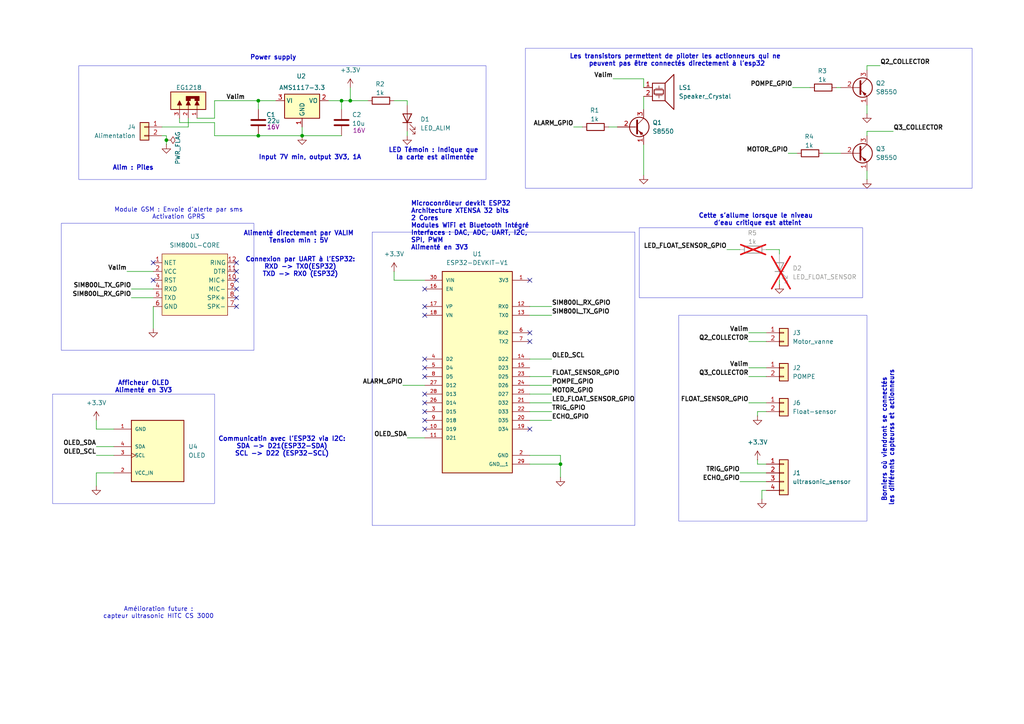
<source format=kicad_sch>
(kicad_sch
	(version 20231120)
	(generator "eeschema")
	(generator_version "8.0")
	(uuid "e9a01206-3b7b-4d02-b556-98a4031f32ce")
	(paper "A4")
	(title_block
		(title "module Anti innondation basé sur ESP2")
		(date "10/01/2024")
		(rev "1.0")
	)
	(lib_symbols
		(symbol "Connector_Generic:Conn_01x02"
			(pin_names
				(offset 1.016) hide)
			(exclude_from_sim no)
			(in_bom yes)
			(on_board yes)
			(property "Reference" "J"
				(at 0 2.54 0)
				(effects
					(font
						(size 1.27 1.27)
					)
				)
			)
			(property "Value" "Conn_01x02"
				(at 0 -5.08 0)
				(effects
					(font
						(size 1.27 1.27)
					)
				)
			)
			(property "Footprint" ""
				(at 0 0 0)
				(effects
					(font
						(size 1.27 1.27)
					)
					(hide yes)
				)
			)
			(property "Datasheet" "~"
				(at 0 0 0)
				(effects
					(font
						(size 1.27 1.27)
					)
					(hide yes)
				)
			)
			(property "Description" "Generic connector, single row, 01x02, script generated (kicad-library-utils/schlib/autogen/connector/)"
				(at 0 0 0)
				(effects
					(font
						(size 1.27 1.27)
					)
					(hide yes)
				)
			)
			(property "ki_keywords" "connector"
				(at 0 0 0)
				(effects
					(font
						(size 1.27 1.27)
					)
					(hide yes)
				)
			)
			(property "ki_fp_filters" "Connector*:*_1x??_*"
				(at 0 0 0)
				(effects
					(font
						(size 1.27 1.27)
					)
					(hide yes)
				)
			)
			(symbol "Conn_01x02_1_1"
				(rectangle
					(start -1.27 -2.413)
					(end 0 -2.667)
					(stroke
						(width 0.1524)
						(type default)
					)
					(fill
						(type none)
					)
				)
				(rectangle
					(start -1.27 0.127)
					(end 0 -0.127)
					(stroke
						(width 0.1524)
						(type default)
					)
					(fill
						(type none)
					)
				)
				(rectangle
					(start -1.27 1.27)
					(end 1.27 -3.81)
					(stroke
						(width 0.254)
						(type default)
					)
					(fill
						(type background)
					)
				)
				(pin passive line
					(at -5.08 0 0)
					(length 3.81)
					(name "Pin_1"
						(effects
							(font
								(size 1.27 1.27)
							)
						)
					)
					(number "1"
						(effects
							(font
								(size 1.27 1.27)
							)
						)
					)
				)
				(pin passive line
					(at -5.08 -2.54 0)
					(length 3.81)
					(name "Pin_2"
						(effects
							(font
								(size 1.27 1.27)
							)
						)
					)
					(number "2"
						(effects
							(font
								(size 1.27 1.27)
							)
						)
					)
				)
			)
		)
		(symbol "Connector_Generic:Conn_01x04"
			(pin_names
				(offset 1.016) hide)
			(exclude_from_sim no)
			(in_bom yes)
			(on_board yes)
			(property "Reference" "J"
				(at 0 5.08 0)
				(effects
					(font
						(size 1.27 1.27)
					)
				)
			)
			(property "Value" "Conn_01x04"
				(at 0 -7.62 0)
				(effects
					(font
						(size 1.27 1.27)
					)
				)
			)
			(property "Footprint" ""
				(at 0 0 0)
				(effects
					(font
						(size 1.27 1.27)
					)
					(hide yes)
				)
			)
			(property "Datasheet" "~"
				(at 0 0 0)
				(effects
					(font
						(size 1.27 1.27)
					)
					(hide yes)
				)
			)
			(property "Description" "Generic connector, single row, 01x04, script generated (kicad-library-utils/schlib/autogen/connector/)"
				(at 0 0 0)
				(effects
					(font
						(size 1.27 1.27)
					)
					(hide yes)
				)
			)
			(property "ki_keywords" "connector"
				(at 0 0 0)
				(effects
					(font
						(size 1.27 1.27)
					)
					(hide yes)
				)
			)
			(property "ki_fp_filters" "Connector*:*_1x??_*"
				(at 0 0 0)
				(effects
					(font
						(size 1.27 1.27)
					)
					(hide yes)
				)
			)
			(symbol "Conn_01x04_1_1"
				(rectangle
					(start -1.27 -4.953)
					(end 0 -5.207)
					(stroke
						(width 0.1524)
						(type default)
					)
					(fill
						(type none)
					)
				)
				(rectangle
					(start -1.27 -2.413)
					(end 0 -2.667)
					(stroke
						(width 0.1524)
						(type default)
					)
					(fill
						(type none)
					)
				)
				(rectangle
					(start -1.27 0.127)
					(end 0 -0.127)
					(stroke
						(width 0.1524)
						(type default)
					)
					(fill
						(type none)
					)
				)
				(rectangle
					(start -1.27 2.667)
					(end 0 2.413)
					(stroke
						(width 0.1524)
						(type default)
					)
					(fill
						(type none)
					)
				)
				(rectangle
					(start -1.27 3.81)
					(end 1.27 -6.35)
					(stroke
						(width 0.254)
						(type default)
					)
					(fill
						(type background)
					)
				)
				(pin passive line
					(at -5.08 2.54 0)
					(length 3.81)
					(name "Pin_1"
						(effects
							(font
								(size 1.27 1.27)
							)
						)
					)
					(number "1"
						(effects
							(font
								(size 1.27 1.27)
							)
						)
					)
				)
				(pin passive line
					(at -5.08 0 0)
					(length 3.81)
					(name "Pin_2"
						(effects
							(font
								(size 1.27 1.27)
							)
						)
					)
					(number "2"
						(effects
							(font
								(size 1.27 1.27)
							)
						)
					)
				)
				(pin passive line
					(at -5.08 -2.54 0)
					(length 3.81)
					(name "Pin_3"
						(effects
							(font
								(size 1.27 1.27)
							)
						)
					)
					(number "3"
						(effects
							(font
								(size 1.27 1.27)
							)
						)
					)
				)
				(pin passive line
					(at -5.08 -5.08 0)
					(length 3.81)
					(name "Pin_4"
						(effects
							(font
								(size 1.27 1.27)
							)
						)
					)
					(number "4"
						(effects
							(font
								(size 1.27 1.27)
							)
						)
					)
				)
			)
		)
		(symbol "DM-OLED096-636:DM-OLED096-636"
			(pin_names
				(offset 1.016)
			)
			(exclude_from_sim no)
			(in_bom yes)
			(on_board yes)
			(property "Reference" "U"
				(at -7.62 10.922 0)
				(effects
					(font
						(size 1.27 1.27)
					)
					(justify left bottom)
				)
			)
			(property "Value" "DM-OLED096-636"
				(at -7.62 -10.16 0)
				(effects
					(font
						(size 1.27 1.27)
					)
					(justify left bottom)
				)
			)
			(property "Footprint" "DM-OLED096-636:MODULE_DM-OLED096-636"
				(at 0 0 0)
				(effects
					(font
						(size 1.27 1.27)
					)
					(justify bottom)
					(hide yes)
				)
			)
			(property "Datasheet" ""
				(at 0 0 0)
				(effects
					(font
						(size 1.27 1.27)
					)
					(hide yes)
				)
			)
			(property "Description" ""
				(at 0 0 0)
				(effects
					(font
						(size 1.27 1.27)
					)
					(hide yes)
				)
			)
			(property "MF" "Display Module"
				(at 0 0 0)
				(effects
					(font
						(size 1.27 1.27)
					)
					(justify bottom)
					(hide yes)
				)
			)
			(property "MAXIMUM_PACKAGE_HEIGHT" "11.3 mm"
				(at 0 0 0)
				(effects
					(font
						(size 1.27 1.27)
					)
					(justify bottom)
					(hide yes)
				)
			)
			(property "Package" "Package"
				(at 0 0 0)
				(effects
					(font
						(size 1.27 1.27)
					)
					(justify bottom)
					(hide yes)
				)
			)
			(property "Price" "None"
				(at 0 0 0)
				(effects
					(font
						(size 1.27 1.27)
					)
					(justify bottom)
					(hide yes)
				)
			)
			(property "Check_prices" "https://www.snapeda.com/parts/DM-OLED096-636/Display+Module/view-part/?ref=eda"
				(at 0 0 0)
				(effects
					(font
						(size 1.27 1.27)
					)
					(justify bottom)
					(hide yes)
				)
			)
			(property "STANDARD" "Manufacturer Recommendations"
				(at 0 0 0)
				(effects
					(font
						(size 1.27 1.27)
					)
					(justify bottom)
					(hide yes)
				)
			)
			(property "PARTREV" "2018-09-10"
				(at 0 0 0)
				(effects
					(font
						(size 1.27 1.27)
					)
					(justify bottom)
					(hide yes)
				)
			)
			(property "SnapEDA_Link" "https://www.snapeda.com/parts/DM-OLED096-636/Display+Module/view-part/?ref=snap"
				(at 0 0 0)
				(effects
					(font
						(size 1.27 1.27)
					)
					(justify bottom)
					(hide yes)
				)
			)
			(property "MP" "DM-OLED096-636"
				(at 0 0 0)
				(effects
					(font
						(size 1.27 1.27)
					)
					(justify bottom)
					(hide yes)
				)
			)
			(property "Description_1" "\n                        \n                            0.96” 128 X 64 MONOCHROME GRAPHIC OLED DISPLAY MODULE - I2C\n                        \n"
				(at 0 0 0)
				(effects
					(font
						(size 1.27 1.27)
					)
					(justify bottom)
					(hide yes)
				)
			)
			(property "Availability" "Not in stock"
				(at 0 0 0)
				(effects
					(font
						(size 1.27 1.27)
					)
					(justify bottom)
					(hide yes)
				)
			)
			(property "MANUFACTURER" "Displaymodule"
				(at 0 0 0)
				(effects
					(font
						(size 1.27 1.27)
					)
					(justify bottom)
					(hide yes)
				)
			)
			(symbol "DM-OLED096-636_0_0"
				(rectangle
					(start -7.62 -7.62)
					(end 7.62 10.16)
					(stroke
						(width 0.254)
						(type default)
					)
					(fill
						(type background)
					)
				)
				(pin power_in line
					(at 12.7 -5.08 180)
					(length 5.08)
					(name "GND"
						(effects
							(font
								(size 1.016 1.016)
							)
						)
					)
					(number "1"
						(effects
							(font
								(size 1.016 1.016)
							)
						)
					)
				)
				(pin power_in line
					(at 12.7 7.62 180)
					(length 5.08)
					(name "VCC_IN"
						(effects
							(font
								(size 1.016 1.016)
							)
						)
					)
					(number "2"
						(effects
							(font
								(size 1.016 1.016)
							)
						)
					)
				)
				(pin input clock
					(at 12.7 2.54 180)
					(length 5.08)
					(name "SCL"
						(effects
							(font
								(size 1.016 1.016)
							)
						)
					)
					(number "3"
						(effects
							(font
								(size 1.016 1.016)
							)
						)
					)
				)
				(pin bidirectional line
					(at 12.7 0 180)
					(length 5.08)
					(name "SDA"
						(effects
							(font
								(size 1.016 1.016)
							)
						)
					)
					(number "4"
						(effects
							(font
								(size 1.016 1.016)
							)
						)
					)
				)
			)
		)
		(symbol "Device:C"
			(pin_numbers hide)
			(pin_names
				(offset 0.254)
			)
			(exclude_from_sim no)
			(in_bom yes)
			(on_board yes)
			(property "Reference" "C"
				(at 0.635 2.54 0)
				(effects
					(font
						(size 1.27 1.27)
					)
					(justify left)
				)
			)
			(property "Value" "C"
				(at 0.635 -2.54 0)
				(effects
					(font
						(size 1.27 1.27)
					)
					(justify left)
				)
			)
			(property "Footprint" ""
				(at 0.9652 -3.81 0)
				(effects
					(font
						(size 1.27 1.27)
					)
					(hide yes)
				)
			)
			(property "Datasheet" "~"
				(at 0 0 0)
				(effects
					(font
						(size 1.27 1.27)
					)
					(hide yes)
				)
			)
			(property "Description" "Unpolarized capacitor"
				(at 0 0 0)
				(effects
					(font
						(size 1.27 1.27)
					)
					(hide yes)
				)
			)
			(property "ki_keywords" "cap capacitor"
				(at 0 0 0)
				(effects
					(font
						(size 1.27 1.27)
					)
					(hide yes)
				)
			)
			(property "ki_fp_filters" "C_*"
				(at 0 0 0)
				(effects
					(font
						(size 1.27 1.27)
					)
					(hide yes)
				)
			)
			(symbol "C_0_1"
				(polyline
					(pts
						(xy -2.032 -0.762) (xy 2.032 -0.762)
					)
					(stroke
						(width 0.508)
						(type default)
					)
					(fill
						(type none)
					)
				)
				(polyline
					(pts
						(xy -2.032 0.762) (xy 2.032 0.762)
					)
					(stroke
						(width 0.508)
						(type default)
					)
					(fill
						(type none)
					)
				)
			)
			(symbol "C_1_1"
				(pin passive line
					(at 0 3.81 270)
					(length 2.794)
					(name "~"
						(effects
							(font
								(size 1.27 1.27)
							)
						)
					)
					(number "1"
						(effects
							(font
								(size 1.27 1.27)
							)
						)
					)
				)
				(pin passive line
					(at 0 -3.81 90)
					(length 2.794)
					(name "~"
						(effects
							(font
								(size 1.27 1.27)
							)
						)
					)
					(number "2"
						(effects
							(font
								(size 1.27 1.27)
							)
						)
					)
				)
			)
		)
		(symbol "Device:LED"
			(pin_numbers hide)
			(pin_names
				(offset 1.016) hide)
			(exclude_from_sim no)
			(in_bom yes)
			(on_board yes)
			(property "Reference" "D"
				(at 0 2.54 0)
				(effects
					(font
						(size 1.27 1.27)
					)
				)
			)
			(property "Value" "LED"
				(at 0 -2.54 0)
				(effects
					(font
						(size 1.27 1.27)
					)
				)
			)
			(property "Footprint" ""
				(at 0 0 0)
				(effects
					(font
						(size 1.27 1.27)
					)
					(hide yes)
				)
			)
			(property "Datasheet" "~"
				(at 0 0 0)
				(effects
					(font
						(size 1.27 1.27)
					)
					(hide yes)
				)
			)
			(property "Description" "Light emitting diode"
				(at 0 0 0)
				(effects
					(font
						(size 1.27 1.27)
					)
					(hide yes)
				)
			)
			(property "ki_keywords" "LED diode"
				(at 0 0 0)
				(effects
					(font
						(size 1.27 1.27)
					)
					(hide yes)
				)
			)
			(property "ki_fp_filters" "LED* LED_SMD:* LED_THT:*"
				(at 0 0 0)
				(effects
					(font
						(size 1.27 1.27)
					)
					(hide yes)
				)
			)
			(symbol "LED_0_1"
				(polyline
					(pts
						(xy -1.27 -1.27) (xy -1.27 1.27)
					)
					(stroke
						(width 0.254)
						(type default)
					)
					(fill
						(type none)
					)
				)
				(polyline
					(pts
						(xy -1.27 0) (xy 1.27 0)
					)
					(stroke
						(width 0)
						(type default)
					)
					(fill
						(type none)
					)
				)
				(polyline
					(pts
						(xy 1.27 -1.27) (xy 1.27 1.27) (xy -1.27 0) (xy 1.27 -1.27)
					)
					(stroke
						(width 0.254)
						(type default)
					)
					(fill
						(type none)
					)
				)
				(polyline
					(pts
						(xy -3.048 -0.762) (xy -4.572 -2.286) (xy -3.81 -2.286) (xy -4.572 -2.286) (xy -4.572 -1.524)
					)
					(stroke
						(width 0)
						(type default)
					)
					(fill
						(type none)
					)
				)
				(polyline
					(pts
						(xy -1.778 -0.762) (xy -3.302 -2.286) (xy -2.54 -2.286) (xy -3.302 -2.286) (xy -3.302 -1.524)
					)
					(stroke
						(width 0)
						(type default)
					)
					(fill
						(type none)
					)
				)
			)
			(symbol "LED_1_1"
				(pin passive line
					(at -3.81 0 0)
					(length 2.54)
					(name "K"
						(effects
							(font
								(size 1.27 1.27)
							)
						)
					)
					(number "1"
						(effects
							(font
								(size 1.27 1.27)
							)
						)
					)
				)
				(pin passive line
					(at 3.81 0 180)
					(length 2.54)
					(name "A"
						(effects
							(font
								(size 1.27 1.27)
							)
						)
					)
					(number "2"
						(effects
							(font
								(size 1.27 1.27)
							)
						)
					)
				)
			)
		)
		(symbol "Device:R"
			(pin_numbers hide)
			(pin_names
				(offset 0)
			)
			(exclude_from_sim no)
			(in_bom yes)
			(on_board yes)
			(property "Reference" "R"
				(at 2.032 0 90)
				(effects
					(font
						(size 1.27 1.27)
					)
				)
			)
			(property "Value" "R"
				(at 0 0 90)
				(effects
					(font
						(size 1.27 1.27)
					)
				)
			)
			(property "Footprint" ""
				(at -1.778 0 90)
				(effects
					(font
						(size 1.27 1.27)
					)
					(hide yes)
				)
			)
			(property "Datasheet" "~"
				(at 0 0 0)
				(effects
					(font
						(size 1.27 1.27)
					)
					(hide yes)
				)
			)
			(property "Description" "Resistor"
				(at 0 0 0)
				(effects
					(font
						(size 1.27 1.27)
					)
					(hide yes)
				)
			)
			(property "ki_keywords" "R res resistor"
				(at 0 0 0)
				(effects
					(font
						(size 1.27 1.27)
					)
					(hide yes)
				)
			)
			(property "ki_fp_filters" "R_*"
				(at 0 0 0)
				(effects
					(font
						(size 1.27 1.27)
					)
					(hide yes)
				)
			)
			(symbol "R_0_1"
				(rectangle
					(start -1.016 -2.54)
					(end 1.016 2.54)
					(stroke
						(width 0.254)
						(type default)
					)
					(fill
						(type none)
					)
				)
			)
			(symbol "R_1_1"
				(pin passive line
					(at 0 3.81 270)
					(length 1.27)
					(name "~"
						(effects
							(font
								(size 1.27 1.27)
							)
						)
					)
					(number "1"
						(effects
							(font
								(size 1.27 1.27)
							)
						)
					)
				)
				(pin passive line
					(at 0 -3.81 90)
					(length 1.27)
					(name "~"
						(effects
							(font
								(size 1.27 1.27)
							)
						)
					)
					(number "2"
						(effects
							(font
								(size 1.27 1.27)
							)
						)
					)
				)
			)
		)
		(symbol "Device:Speaker_Crystal"
			(pin_names
				(offset 0) hide)
			(exclude_from_sim no)
			(in_bom yes)
			(on_board yes)
			(property "Reference" "LS"
				(at 0.635 5.715 0)
				(effects
					(font
						(size 1.27 1.27)
					)
					(justify right)
				)
			)
			(property "Value" "Speaker_Crystal"
				(at 0.635 3.81 0)
				(effects
					(font
						(size 1.27 1.27)
					)
					(justify right)
				)
			)
			(property "Footprint" ""
				(at -0.889 -1.27 0)
				(effects
					(font
						(size 1.27 1.27)
					)
					(hide yes)
				)
			)
			(property "Datasheet" "~"
				(at -0.889 -1.27 0)
				(effects
					(font
						(size 1.27 1.27)
					)
					(hide yes)
				)
			)
			(property "Description" "Crystal speaker/transducer"
				(at 0 0 0)
				(effects
					(font
						(size 1.27 1.27)
					)
					(hide yes)
				)
			)
			(property "ki_keywords" "crystal speaker ultrasonic transducer"
				(at 0 0 0)
				(effects
					(font
						(size 1.27 1.27)
					)
					(hide yes)
				)
			)
			(symbol "Speaker_Crystal_0_0"
				(rectangle
					(start -2.54 1.27)
					(end 1.143 -3.81)
					(stroke
						(width 0.254)
						(type default)
					)
					(fill
						(type none)
					)
				)
				(rectangle
					(start -2.032 -0.635)
					(end 0.635 -1.905)
					(stroke
						(width 0.254)
						(type default)
					)
					(fill
						(type none)
					)
				)
				(polyline
					(pts
						(xy -1.651 -2.286) (xy 0.381 -2.286)
					)
					(stroke
						(width 0)
						(type default)
					)
					(fill
						(type none)
					)
				)
				(polyline
					(pts
						(xy -1.651 -0.254) (xy 0.381 -0.254)
					)
					(stroke
						(width 0)
						(type default)
					)
					(fill
						(type none)
					)
				)
				(polyline
					(pts
						(xy -0.635 -2.286) (xy -0.635 -3.048)
					)
					(stroke
						(width 0)
						(type default)
					)
					(fill
						(type none)
					)
				)
				(polyline
					(pts
						(xy -0.635 -0.254) (xy -0.635 0.508)
					)
					(stroke
						(width 0)
						(type default)
					)
					(fill
						(type none)
					)
				)
				(polyline
					(pts
						(xy 1.143 1.27) (xy 3.683 3.81) (xy 3.683 -6.35) (xy 1.143 -3.81)
					)
					(stroke
						(width 0.254)
						(type default)
					)
					(fill
						(type none)
					)
				)
			)
			(symbol "Speaker_Crystal_1_1"
				(pin input line
					(at -5.08 0 0)
					(length 2.54)
					(name "1"
						(effects
							(font
								(size 1.27 1.27)
							)
						)
					)
					(number "1"
						(effects
							(font
								(size 1.27 1.27)
							)
						)
					)
				)
				(pin input line
					(at -5.08 -2.54 0)
					(length 2.54)
					(name "2"
						(effects
							(font
								(size 1.27 1.27)
							)
						)
					)
					(number "2"
						(effects
							(font
								(size 1.27 1.27)
							)
						)
					)
				)
			)
		)
		(symbol "ESP32-DEVKIT-V1:ESP32-DEVKIT-V1"
			(pin_names
				(offset 1.016)
			)
			(exclude_from_sim no)
			(in_bom yes)
			(on_board yes)
			(property "Reference" "U"
				(at -10.16 30.48 0)
				(effects
					(font
						(size 1.27 1.27)
					)
					(justify left top)
				)
			)
			(property "Value" "ESP32-DEVKIT-V1"
				(at -10.16 -33.02 0)
				(effects
					(font
						(size 1.27 1.27)
					)
					(justify left bottom)
				)
			)
			(property "Footprint" "ESP32-DEVKIT-V1:MODULE_ESP32_DEVKIT_V1"
				(at 0 0 0)
				(effects
					(font
						(size 1.27 1.27)
					)
					(justify bottom)
					(hide yes)
				)
			)
			(property "Datasheet" ""
				(at 0 0 0)
				(effects
					(font
						(size 1.27 1.27)
					)
					(hide yes)
				)
			)
			(property "Description" ""
				(at 0 0 0)
				(effects
					(font
						(size 1.27 1.27)
					)
					(hide yes)
				)
			)
			(property "MF" "Do it"
				(at 0 0 0)
				(effects
					(font
						(size 1.27 1.27)
					)
					(justify bottom)
					(hide yes)
				)
			)
			(property "MAXIMUM_PACKAGE_HEIGHT" "6.8 mm"
				(at 0 0 0)
				(effects
					(font
						(size 1.27 1.27)
					)
					(justify bottom)
					(hide yes)
				)
			)
			(property "Package" "None"
				(at 0 0 0)
				(effects
					(font
						(size 1.27 1.27)
					)
					(justify bottom)
					(hide yes)
				)
			)
			(property "Price" "None"
				(at 0 0 0)
				(effects
					(font
						(size 1.27 1.27)
					)
					(justify bottom)
					(hide yes)
				)
			)
			(property "Check_prices" "https://www.snapeda.com/parts/ESP32-DEVKIT-V1/Do+it/view-part/?ref=eda"
				(at 0 0 0)
				(effects
					(font
						(size 1.27 1.27)
					)
					(justify bottom)
					(hide yes)
				)
			)
			(property "STANDARD" "Manufacturer Recommendations"
				(at 0 0 0)
				(effects
					(font
						(size 1.27 1.27)
					)
					(justify bottom)
					(hide yes)
				)
			)
			(property "PARTREV" "N/A"
				(at 0 0 0)
				(effects
					(font
						(size 1.27 1.27)
					)
					(justify bottom)
					(hide yes)
				)
			)
			(property "SnapEDA_Link" "https://www.snapeda.com/parts/ESP32-DEVKIT-V1/Do+it/view-part/?ref=snap"
				(at 0 0 0)
				(effects
					(font
						(size 1.27 1.27)
					)
					(justify bottom)
					(hide yes)
				)
			)
			(property "MP" "ESP32-DEVKIT-V1"
				(at 0 0 0)
				(effects
					(font
						(size 1.27 1.27)
					)
					(justify bottom)
					(hide yes)
				)
			)
			(property "Description_1" "\n                        \n                            Dual core, Wi-Fi: 2.4 GHz up to 150 Mbits/s,BLE (Bluetooth Low Energy) and legacy Bluetooth, 32 bits, Up to 240 MHz\n                        \n"
				(at 0 0 0)
				(effects
					(font
						(size 1.27 1.27)
					)
					(justify bottom)
					(hide yes)
				)
			)
			(property "Availability" "Not in stock"
				(at 0 0 0)
				(effects
					(font
						(size 1.27 1.27)
					)
					(justify bottom)
					(hide yes)
				)
			)
			(property "MANUFACTURER" "DOIT"
				(at 0 0 0)
				(effects
					(font
						(size 1.27 1.27)
					)
					(justify bottom)
					(hide yes)
				)
			)
			(symbol "ESP32-DEVKIT-V1_0_0"
				(rectangle
					(start -10.16 -30.48)
					(end 10.16 27.94)
					(stroke
						(width 0.254)
						(type default)
					)
					(fill
						(type background)
					)
				)
				(pin bidirectional line
					(at -15.24 -17.78 0)
					(length 5.08)
					(name "D19"
						(effects
							(font
								(size 1.016 1.016)
							)
						)
					)
					(number "10"
						(effects
							(font
								(size 1.016 1.016)
							)
						)
					)
				)
				(pin bidirectional line
					(at -15.24 -20.32 0)
					(length 5.08)
					(name "D21"
						(effects
							(font
								(size 1.016 1.016)
							)
						)
					)
					(number "11"
						(effects
							(font
								(size 1.016 1.016)
							)
						)
					)
				)
				(pin input line
					(at 15.24 17.78 180)
					(length 5.08)
					(name "RX0"
						(effects
							(font
								(size 1.016 1.016)
							)
						)
					)
					(number "12"
						(effects
							(font
								(size 1.016 1.016)
							)
						)
					)
				)
				(pin output line
					(at 15.24 15.24 180)
					(length 5.08)
					(name "TX0"
						(effects
							(font
								(size 1.016 1.016)
							)
						)
					)
					(number "13"
						(effects
							(font
								(size 1.016 1.016)
							)
						)
					)
				)
				(pin bidirectional line
					(at 15.24 2.54 180)
					(length 5.08)
					(name "D22"
						(effects
							(font
								(size 1.016 1.016)
							)
						)
					)
					(number "14"
						(effects
							(font
								(size 1.016 1.016)
							)
						)
					)
				)
				(pin bidirectional line
					(at 15.24 0 180)
					(length 5.08)
					(name "D23"
						(effects
							(font
								(size 1.016 1.016)
							)
						)
					)
					(number "15"
						(effects
							(font
								(size 1.016 1.016)
							)
						)
					)
				)
				(pin input line
					(at -15.24 22.86 0)
					(length 5.08)
					(name "EN"
						(effects
							(font
								(size 1.016 1.016)
							)
						)
					)
					(number "16"
						(effects
							(font
								(size 1.016 1.016)
							)
						)
					)
				)
				(pin bidirectional line
					(at -15.24 17.78 0)
					(length 5.08)
					(name "VP"
						(effects
							(font
								(size 1.016 1.016)
							)
						)
					)
					(number "17"
						(effects
							(font
								(size 1.016 1.016)
							)
						)
					)
				)
				(pin bidirectional line
					(at -15.24 15.24 0)
					(length 5.08)
					(name "VN"
						(effects
							(font
								(size 1.016 1.016)
							)
						)
					)
					(number "18"
						(effects
							(font
								(size 1.016 1.016)
							)
						)
					)
				)
				(pin bidirectional line
					(at 15.24 -17.78 180)
					(length 5.08)
					(name "D34"
						(effects
							(font
								(size 1.016 1.016)
							)
						)
					)
					(number "19"
						(effects
							(font
								(size 1.016 1.016)
							)
						)
					)
				)
				(pin power_in line
					(at 15.24 -25.4 180)
					(length 5.08)
					(name "GND"
						(effects
							(font
								(size 1.016 1.016)
							)
						)
					)
					(number "2"
						(effects
							(font
								(size 1.016 1.016)
							)
						)
					)
				)
				(pin bidirectional line
					(at 15.24 -15.24 180)
					(length 5.08)
					(name "D35"
						(effects
							(font
								(size 1.016 1.016)
							)
						)
					)
					(number "20"
						(effects
							(font
								(size 1.016 1.016)
							)
						)
					)
				)
				(pin bidirectional line
					(at 15.24 -10.16 180)
					(length 5.08)
					(name "D32"
						(effects
							(font
								(size 1.016 1.016)
							)
						)
					)
					(number "21"
						(effects
							(font
								(size 1.016 1.016)
							)
						)
					)
				)
				(pin bidirectional line
					(at 15.24 -12.7 180)
					(length 5.08)
					(name "D33"
						(effects
							(font
								(size 1.016 1.016)
							)
						)
					)
					(number "22"
						(effects
							(font
								(size 1.016 1.016)
							)
						)
					)
				)
				(pin bidirectional line
					(at 15.24 -2.54 180)
					(length 5.08)
					(name "D25"
						(effects
							(font
								(size 1.016 1.016)
							)
						)
					)
					(number "23"
						(effects
							(font
								(size 1.016 1.016)
							)
						)
					)
				)
				(pin bidirectional line
					(at 15.24 -5.08 180)
					(length 5.08)
					(name "D26"
						(effects
							(font
								(size 1.016 1.016)
							)
						)
					)
					(number "24"
						(effects
							(font
								(size 1.016 1.016)
							)
						)
					)
				)
				(pin bidirectional line
					(at 15.24 -7.62 180)
					(length 5.08)
					(name "D27"
						(effects
							(font
								(size 1.016 1.016)
							)
						)
					)
					(number "25"
						(effects
							(font
								(size 1.016 1.016)
							)
						)
					)
				)
				(pin bidirectional line
					(at -15.24 -10.16 0)
					(length 5.08)
					(name "D14"
						(effects
							(font
								(size 1.016 1.016)
							)
						)
					)
					(number "26"
						(effects
							(font
								(size 1.016 1.016)
							)
						)
					)
				)
				(pin bidirectional line
					(at -15.24 -5.08 0)
					(length 5.08)
					(name "D12"
						(effects
							(font
								(size 1.016 1.016)
							)
						)
					)
					(number "27"
						(effects
							(font
								(size 1.016 1.016)
							)
						)
					)
				)
				(pin bidirectional line
					(at -15.24 -7.62 0)
					(length 5.08)
					(name "D13"
						(effects
							(font
								(size 1.016 1.016)
							)
						)
					)
					(number "28"
						(effects
							(font
								(size 1.016 1.016)
							)
						)
					)
				)
				(pin power_in line
					(at 15.24 -27.94 180)
					(length 5.08)
					(name "GND__1"
						(effects
							(font
								(size 1.016 1.016)
							)
						)
					)
					(number "29"
						(effects
							(font
								(size 1.016 1.016)
							)
						)
					)
				)
				(pin bidirectional line
					(at -15.24 -12.7 0)
					(length 5.08)
					(name "D15"
						(effects
							(font
								(size 1.016 1.016)
							)
						)
					)
					(number "3"
						(effects
							(font
								(size 1.016 1.016)
							)
						)
					)
				)
				(pin input line
					(at -15.24 25.4 0)
					(length 5.08)
					(name "VIN"
						(effects
							(font
								(size 1.016 1.016)
							)
						)
					)
					(number "30"
						(effects
							(font
								(size 1.016 1.016)
							)
						)
					)
				)
				(pin bidirectional line
					(at -15.24 2.54 0)
					(length 5.08)
					(name "D2"
						(effects
							(font
								(size 1.016 1.016)
							)
						)
					)
					(number "4"
						(effects
							(font
								(size 1.016 1.016)
							)
						)
					)
				)
				(pin bidirectional line
					(at -15.24 0 0)
					(length 5.08)
					(name "D4"
						(effects
							(font
								(size 1.016 1.016)
							)
						)
					)
					(number "5"
						(effects
							(font
								(size 1.016 1.016)
							)
						)
					)
				)
				(pin input line
					(at 15.24 10.16 180)
					(length 5.08)
					(name "RX2"
						(effects
							(font
								(size 1.016 1.016)
							)
						)
					)
					(number "6"
						(effects
							(font
								(size 1.016 1.016)
							)
						)
					)
				)
				(pin output line
					(at 15.24 7.62 180)
					(length 5.08)
					(name "TX2"
						(effects
							(font
								(size 1.016 1.016)
							)
						)
					)
					(number "7"
						(effects
							(font
								(size 1.016 1.016)
							)
						)
					)
				)
				(pin bidirectional line
					(at -15.24 -2.54 0)
					(length 5.08)
					(name "D5"
						(effects
							(font
								(size 1.016 1.016)
							)
						)
					)
					(number "8"
						(effects
							(font
								(size 1.016 1.016)
							)
						)
					)
				)
				(pin bidirectional line
					(at -15.24 -15.24 0)
					(length 5.08)
					(name "D18"
						(effects
							(font
								(size 1.016 1.016)
							)
						)
					)
					(number "9"
						(effects
							(font
								(size 1.016 1.016)
							)
						)
					)
				)
			)
			(symbol "ESP32-DEVKIT-V1_1_0"
				(pin input line
					(at 15.24 25.4 180)
					(length 5.08)
					(name "3V3"
						(effects
							(font
								(size 1.016 1.016)
							)
						)
					)
					(number "1"
						(effects
							(font
								(size 1.016 1.016)
							)
						)
					)
				)
			)
		)
		(symbol "My_LIBRARY:EG1218"
			(pin_names
				(offset 1.016)
			)
			(exclude_from_sim no)
			(in_bom yes)
			(on_board yes)
			(property "Reference" "S"
				(at -5.08 5.842 0)
				(effects
					(font
						(size 1.27 1.27)
					)
					(justify left bottom)
				)
			)
			(property "Value" "EG1218"
				(at -5.08 -7.62 0)
				(effects
					(font
						(size 1.27 1.27)
					)
					(justify left bottom)
				)
			)
			(property "Footprint" "EG1218:SW_EG1218"
				(at 0 0 0)
				(effects
					(font
						(size 1.27 1.27)
					)
					(justify bottom)
					(hide yes)
				)
			)
			(property "Datasheet" ""
				(at 0 0 0)
				(effects
					(font
						(size 1.27 1.27)
					)
					(hide yes)
				)
			)
			(property "Description" "Slide Switch SPDT Through Hole"
				(at 0 0 0)
				(effects
					(font
						(size 1.27 1.27)
					)
					(justify bottom)
					(hide yes)
				)
			)
			(property "MF" "E-Switch"
				(at 0 0 0)
				(effects
					(font
						(size 1.27 1.27)
					)
					(justify bottom)
					(hide yes)
				)
			)
			(property "PACKAGE" "None"
				(at 0 0 0)
				(effects
					(font
						(size 1.27 1.27)
					)
					(justify bottom)
					(hide yes)
				)
			)
			(property "PRICE" "None"
				(at 0 0 0)
				(effects
					(font
						(size 1.27 1.27)
					)
					(justify bottom)
					(hide yes)
				)
			)
			(property "MP" "EG1218"
				(at 0 0 0)
				(effects
					(font
						(size 1.27 1.27)
					)
					(justify bottom)
					(hide yes)
				)
			)
			(property "AVAILABILITY" "In Stock"
				(at 0 0 0)
				(effects
					(font
						(size 1.27 1.27)
					)
					(justify bottom)
					(hide yes)
				)
			)
			(property "PURCHASE-URL" "https://pricing.snapeda.com/search/part/EG1218/?ref=eda"
				(at 0 0 0)
				(effects
					(font
						(size 1.27 1.27)
					)
					(justify bottom)
					(hide yes)
				)
			)
			(symbol "EG1218_0_0"
				(rectangle
					(start -2.54 -5.08)
					(end 2.54 5.08)
					(stroke
						(width 0.254)
						(type default)
					)
					(fill
						(type background)
					)
				)
				(polyline
					(pts
						(xy -2.54 -2.54) (xy -1.27 -2.54)
					)
					(stroke
						(width 0.1524)
						(type default)
					)
					(fill
						(type none)
					)
				)
				(polyline
					(pts
						(xy -2.54 0) (xy -1.27 0)
					)
					(stroke
						(width 0.1524)
						(type default)
					)
					(fill
						(type none)
					)
				)
				(polyline
					(pts
						(xy -2.54 2.54) (xy -1.27 2.54)
					)
					(stroke
						(width 0.1524)
						(type default)
					)
					(fill
						(type none)
					)
				)
				(polyline
					(pts
						(xy -1.27 -1.905) (xy -1.27 -3.175) (xy 0 -2.54) (xy -1.27 -1.905)
					)
					(stroke
						(width 0.1524)
						(type default)
					)
					(fill
						(type outline)
					)
				)
				(polyline
					(pts
						(xy -1.27 0.635) (xy -1.27 -0.635) (xy 0 0) (xy -1.27 0.635)
					)
					(stroke
						(width 0.1524)
						(type default)
					)
					(fill
						(type outline)
					)
				)
				(polyline
					(pts
						(xy -1.27 3.175) (xy -1.27 1.905) (xy 0 2.54) (xy -1.27 3.175)
					)
					(stroke
						(width 0.1524)
						(type default)
					)
					(fill
						(type outline)
					)
				)
				(polyline
					(pts
						(xy 0 1.905) (xy 0 3.175) (xy 1.27 3.175) (xy 1.27 -0.635) (xy 0 -0.635) (xy 0 0.635) (xy 0.635 0.635)
						(xy 0.635 1.905) (xy 0 1.905)
					)
					(stroke
						(width 0.1524)
						(type default)
					)
					(fill
						(type outline)
					)
				)
				(pin passive line
					(at -5.08 2.54 0)
					(length 2.54)
					(name "~"
						(effects
							(font
								(size 1.016 1.016)
							)
						)
					)
					(number "1"
						(effects
							(font
								(size 1.016 1.016)
							)
						)
					)
				)
				(pin passive line
					(at -5.08 0 0)
					(length 2.54)
					(name "~"
						(effects
							(font
								(size 1.016 1.016)
							)
						)
					)
					(number "2"
						(effects
							(font
								(size 1.016 1.016)
							)
						)
					)
				)
				(pin passive line
					(at -5.08 -2.54 0)
					(length 2.54)
					(name "~"
						(effects
							(font
								(size 1.016 1.016)
							)
						)
					)
					(number "3"
						(effects
							(font
								(size 1.016 1.016)
							)
						)
					)
				)
			)
		)
		(symbol "Regulator_Linear:AMS1117-3.3"
			(exclude_from_sim no)
			(in_bom yes)
			(on_board yes)
			(property "Reference" "U"
				(at -3.81 3.175 0)
				(effects
					(font
						(size 1.27 1.27)
					)
				)
			)
			(property "Value" "AMS1117-3.3"
				(at 0 3.175 0)
				(effects
					(font
						(size 1.27 1.27)
					)
					(justify left)
				)
			)
			(property "Footprint" "Package_TO_SOT_SMD:SOT-223-3_TabPin2"
				(at 0 5.08 0)
				(effects
					(font
						(size 1.27 1.27)
					)
					(hide yes)
				)
			)
			(property "Datasheet" "http://www.advanced-monolithic.com/pdf/ds1117.pdf"
				(at 2.54 -6.35 0)
				(effects
					(font
						(size 1.27 1.27)
					)
					(hide yes)
				)
			)
			(property "Description" "1A Low Dropout regulator, positive, 3.3V fixed output, SOT-223"
				(at 0 0 0)
				(effects
					(font
						(size 1.27 1.27)
					)
					(hide yes)
				)
			)
			(property "ki_keywords" "linear regulator ldo fixed positive"
				(at 0 0 0)
				(effects
					(font
						(size 1.27 1.27)
					)
					(hide yes)
				)
			)
			(property "ki_fp_filters" "SOT?223*TabPin2*"
				(at 0 0 0)
				(effects
					(font
						(size 1.27 1.27)
					)
					(hide yes)
				)
			)
			(symbol "AMS1117-3.3_0_1"
				(rectangle
					(start -5.08 -5.08)
					(end 5.08 1.905)
					(stroke
						(width 0.254)
						(type default)
					)
					(fill
						(type background)
					)
				)
			)
			(symbol "AMS1117-3.3_1_1"
				(pin power_in line
					(at 0 -7.62 90)
					(length 2.54)
					(name "GND"
						(effects
							(font
								(size 1.27 1.27)
							)
						)
					)
					(number "1"
						(effects
							(font
								(size 1.27 1.27)
							)
						)
					)
				)
				(pin power_out line
					(at 7.62 0 180)
					(length 2.54)
					(name "VO"
						(effects
							(font
								(size 1.27 1.27)
							)
						)
					)
					(number "2"
						(effects
							(font
								(size 1.27 1.27)
							)
						)
					)
				)
				(pin power_in line
					(at -7.62 0 0)
					(length 2.54)
					(name "VI"
						(effects
							(font
								(size 1.27 1.27)
							)
						)
					)
					(number "3"
						(effects
							(font
								(size 1.27 1.27)
							)
						)
					)
				)
			)
		)
		(symbol "Transistor_BJT:S8550"
			(pin_names
				(offset 0) hide)
			(exclude_from_sim no)
			(in_bom yes)
			(on_board yes)
			(property "Reference" "Q"
				(at 5.08 1.905 0)
				(effects
					(font
						(size 1.27 1.27)
					)
					(justify left)
				)
			)
			(property "Value" "S8550"
				(at 5.08 0 0)
				(effects
					(font
						(size 1.27 1.27)
					)
					(justify left)
				)
			)
			(property "Footprint" "Package_TO_SOT_THT:TO-92_Inline"
				(at 5.08 -1.905 0)
				(effects
					(font
						(size 1.27 1.27)
						(italic yes)
					)
					(justify left)
					(hide yes)
				)
			)
			(property "Datasheet" "http://www.unisonic.com.tw/datasheet/S8550.pdf"
				(at 0 0 0)
				(effects
					(font
						(size 1.27 1.27)
					)
					(justify left)
					(hide yes)
				)
			)
			(property "Description" "0.7A Ic, 20V Vce, Low Voltage High Current PNP Transistor, TO-92"
				(at 0 0 0)
				(effects
					(font
						(size 1.27 1.27)
					)
					(hide yes)
				)
			)
			(property "ki_keywords" "S8550 PNP Low Voltage High Current Transistor"
				(at 0 0 0)
				(effects
					(font
						(size 1.27 1.27)
					)
					(hide yes)
				)
			)
			(property "ki_fp_filters" "TO?92*"
				(at 0 0 0)
				(effects
					(font
						(size 1.27 1.27)
					)
					(hide yes)
				)
			)
			(symbol "S8550_0_1"
				(polyline
					(pts
						(xy 0 0) (xy 0.635 0)
					)
					(stroke
						(width 0)
						(type default)
					)
					(fill
						(type none)
					)
				)
				(polyline
					(pts
						(xy 2.54 -2.54) (xy 0.635 -0.635)
					)
					(stroke
						(width 0)
						(type default)
					)
					(fill
						(type none)
					)
				)
				(polyline
					(pts
						(xy 2.54 2.54) (xy 0.635 0.635)
					)
					(stroke
						(width 0)
						(type default)
					)
					(fill
						(type none)
					)
				)
				(polyline
					(pts
						(xy 0.635 1.905) (xy 0.635 -1.905) (xy 0.635 -1.905)
					)
					(stroke
						(width 0.508)
						(type default)
					)
					(fill
						(type outline)
					)
				)
				(polyline
					(pts
						(xy 1.778 -2.286) (xy 2.286 -1.778) (xy 1.27 -1.27) (xy 1.778 -2.286) (xy 1.778 -2.286)
					)
					(stroke
						(width 0)
						(type default)
					)
					(fill
						(type outline)
					)
				)
				(circle
					(center 1.27 0)
					(radius 2.8194)
					(stroke
						(width 0.254)
						(type default)
					)
					(fill
						(type none)
					)
				)
			)
			(symbol "S8550_1_1"
				(pin passive line
					(at 2.54 -5.08 90)
					(length 2.54)
					(name "E"
						(effects
							(font
								(size 1.27 1.27)
							)
						)
					)
					(number "1"
						(effects
							(font
								(size 1.27 1.27)
							)
						)
					)
				)
				(pin input line
					(at -5.08 0 0)
					(length 5.08)
					(name "B"
						(effects
							(font
								(size 1.27 1.27)
							)
						)
					)
					(number "2"
						(effects
							(font
								(size 1.27 1.27)
							)
						)
					)
				)
				(pin passive line
					(at 2.54 5.08 270)
					(length 2.54)
					(name "C"
						(effects
							(font
								(size 1.27 1.27)
							)
						)
					)
					(number "3"
						(effects
							(font
								(size 1.27 1.27)
							)
						)
					)
				)
			)
		)
		(symbol "power:+3.3V"
			(power)
			(pin_numbers hide)
			(pin_names
				(offset 0) hide)
			(exclude_from_sim no)
			(in_bom yes)
			(on_board yes)
			(property "Reference" "#PWR"
				(at 0 -3.81 0)
				(effects
					(font
						(size 1.27 1.27)
					)
					(hide yes)
				)
			)
			(property "Value" "+3.3V"
				(at 0 3.556 0)
				(effects
					(font
						(size 1.27 1.27)
					)
				)
			)
			(property "Footprint" ""
				(at 0 0 0)
				(effects
					(font
						(size 1.27 1.27)
					)
					(hide yes)
				)
			)
			(property "Datasheet" ""
				(at 0 0 0)
				(effects
					(font
						(size 1.27 1.27)
					)
					(hide yes)
				)
			)
			(property "Description" "Power symbol creates a global label with name \"+3.3V\""
				(at 0 0 0)
				(effects
					(font
						(size 1.27 1.27)
					)
					(hide yes)
				)
			)
			(property "ki_keywords" "global power"
				(at 0 0 0)
				(effects
					(font
						(size 1.27 1.27)
					)
					(hide yes)
				)
			)
			(symbol "+3.3V_0_1"
				(polyline
					(pts
						(xy -0.762 1.27) (xy 0 2.54)
					)
					(stroke
						(width 0)
						(type default)
					)
					(fill
						(type none)
					)
				)
				(polyline
					(pts
						(xy 0 0) (xy 0 2.54)
					)
					(stroke
						(width 0)
						(type default)
					)
					(fill
						(type none)
					)
				)
				(polyline
					(pts
						(xy 0 2.54) (xy 0.762 1.27)
					)
					(stroke
						(width 0)
						(type default)
					)
					(fill
						(type none)
					)
				)
			)
			(symbol "+3.3V_1_1"
				(pin power_in line
					(at 0 0 90)
					(length 0)
					(name "~"
						(effects
							(font
								(size 1.27 1.27)
							)
						)
					)
					(number "1"
						(effects
							(font
								(size 1.27 1.27)
							)
						)
					)
				)
			)
		)
		(symbol "power:GND"
			(power)
			(pin_numbers hide)
			(pin_names
				(offset 0) hide)
			(exclude_from_sim no)
			(in_bom yes)
			(on_board yes)
			(property "Reference" "#PWR"
				(at 0 -6.35 0)
				(effects
					(font
						(size 1.27 1.27)
					)
					(hide yes)
				)
			)
			(property "Value" "GND"
				(at 0 -3.81 0)
				(effects
					(font
						(size 1.27 1.27)
					)
				)
			)
			(property "Footprint" ""
				(at 0 0 0)
				(effects
					(font
						(size 1.27 1.27)
					)
					(hide yes)
				)
			)
			(property "Datasheet" ""
				(at 0 0 0)
				(effects
					(font
						(size 1.27 1.27)
					)
					(hide yes)
				)
			)
			(property "Description" "Power symbol creates a global label with name \"GND\" , ground"
				(at 0 0 0)
				(effects
					(font
						(size 1.27 1.27)
					)
					(hide yes)
				)
			)
			(property "ki_keywords" "global power"
				(at 0 0 0)
				(effects
					(font
						(size 1.27 1.27)
					)
					(hide yes)
				)
			)
			(symbol "GND_0_1"
				(polyline
					(pts
						(xy 0 0) (xy 0 -1.27) (xy 1.27 -1.27) (xy 0 -2.54) (xy -1.27 -1.27) (xy 0 -1.27)
					)
					(stroke
						(width 0)
						(type default)
					)
					(fill
						(type none)
					)
				)
			)
			(symbol "GND_1_1"
				(pin power_in line
					(at 0 0 270)
					(length 0)
					(name "~"
						(effects
							(font
								(size 1.27 1.27)
							)
						)
					)
					(number "1"
						(effects
							(font
								(size 1.27 1.27)
							)
						)
					)
				)
			)
		)
		(symbol "power:PWR_FLAG"
			(power)
			(pin_numbers hide)
			(pin_names
				(offset 0) hide)
			(exclude_from_sim no)
			(in_bom yes)
			(on_board yes)
			(property "Reference" "#FLG"
				(at 0 1.905 0)
				(effects
					(font
						(size 1.27 1.27)
					)
					(hide yes)
				)
			)
			(property "Value" "PWR_FLAG"
				(at 0 3.81 0)
				(effects
					(font
						(size 1.27 1.27)
					)
				)
			)
			(property "Footprint" ""
				(at 0 0 0)
				(effects
					(font
						(size 1.27 1.27)
					)
					(hide yes)
				)
			)
			(property "Datasheet" "~"
				(at 0 0 0)
				(effects
					(font
						(size 1.27 1.27)
					)
					(hide yes)
				)
			)
			(property "Description" "Special symbol for telling ERC where power comes from"
				(at 0 0 0)
				(effects
					(font
						(size 1.27 1.27)
					)
					(hide yes)
				)
			)
			(property "ki_keywords" "flag power"
				(at 0 0 0)
				(effects
					(font
						(size 1.27 1.27)
					)
					(hide yes)
				)
			)
			(symbol "PWR_FLAG_0_0"
				(pin power_out line
					(at 0 0 90)
					(length 0)
					(name "~"
						(effects
							(font
								(size 1.27 1.27)
							)
						)
					)
					(number "1"
						(effects
							(font
								(size 1.27 1.27)
							)
						)
					)
				)
			)
			(symbol "PWR_FLAG_0_1"
				(polyline
					(pts
						(xy 0 0) (xy 0 1.27) (xy -1.016 1.905) (xy 0 2.54) (xy 1.016 1.905) (xy 0 1.27)
					)
					(stroke
						(width 0)
						(type default)
					)
					(fill
						(type none)
					)
				)
			)
		)
		(symbol "sim800l-core:SIM800L-CORE"
			(exclude_from_sim no)
			(in_bom yes)
			(on_board yes)
			(property "Reference" "U"
				(at -7.62 8.89 0)
				(effects
					(font
						(size 1.27 1.27)
					)
				)
			)
			(property "Value" "SIM800L-CORE"
				(at 0 -12.7 0)
				(effects
					(font
						(size 1.27 1.27)
					)
				)
			)
			(property "Footprint" ""
				(at 0 0 0)
				(effects
					(font
						(size 1.27 1.27)
					)
					(hide yes)
				)
			)
			(property "Datasheet" ""
				(at 0 0 0)
				(effects
					(font
						(size 1.27 1.27)
					)
					(hide yes)
				)
			)
			(property "Description" ""
				(at 0 0 0)
				(effects
					(font
						(size 1.27 1.27)
					)
					(hide yes)
				)
			)
			(symbol "SIM800L-CORE_0_1"
				(rectangle
					(start -8.89 7.62)
					(end 10.16 -10.16)
					(stroke
						(width 0.1524)
						(type default)
					)
					(fill
						(type background)
					)
				)
			)
			(symbol "SIM800L-CORE_1_1"
				(pin bidirectional line
					(at -11.43 5.08 0)
					(length 2.54)
					(name "NET"
						(effects
							(font
								(size 1.27 1.27)
							)
						)
					)
					(number "1"
						(effects
							(font
								(size 1.27 1.27)
							)
						)
					)
				)
				(pin output line
					(at 12.7 0 180)
					(length 2.54)
					(name "MIC+"
						(effects
							(font
								(size 1.27 1.27)
							)
						)
					)
					(number "10"
						(effects
							(font
								(size 1.27 1.27)
							)
						)
					)
				)
				(pin passive line
					(at 12.7 2.54 180)
					(length 2.54)
					(name "DTR"
						(effects
							(font
								(size 1.27 1.27)
							)
						)
					)
					(number "11"
						(effects
							(font
								(size 1.27 1.27)
							)
						)
					)
				)
				(pin output line
					(at 12.7 5.08 180)
					(length 2.54)
					(name "RING"
						(effects
							(font
								(size 1.27 1.27)
							)
						)
					)
					(number "12"
						(effects
							(font
								(size 1.27 1.27)
							)
						)
					)
				)
				(pin power_in line
					(at -11.43 2.54 0)
					(length 2.54)
					(name "VCC"
						(effects
							(font
								(size 1.27 1.27)
							)
						)
					)
					(number "2"
						(effects
							(font
								(size 1.27 1.27)
							)
						)
					)
				)
				(pin input line
					(at -11.43 0 0)
					(length 2.54)
					(name "RST"
						(effects
							(font
								(size 1.27 1.27)
							)
						)
					)
					(number "3"
						(effects
							(font
								(size 1.27 1.27)
							)
						)
					)
				)
				(pin input line
					(at -11.43 -2.54 0)
					(length 2.54)
					(name "RXD"
						(effects
							(font
								(size 1.27 1.27)
							)
						)
					)
					(number "4"
						(effects
							(font
								(size 1.27 1.27)
							)
						)
					)
				)
				(pin output line
					(at -11.43 -5.08 0)
					(length 2.54)
					(name "TXD"
						(effects
							(font
								(size 1.27 1.27)
							)
						)
					)
					(number "5"
						(effects
							(font
								(size 1.27 1.27)
							)
						)
					)
				)
				(pin power_in line
					(at -11.43 -7.62 0)
					(length 2.54)
					(name "GND"
						(effects
							(font
								(size 1.27 1.27)
							)
						)
					)
					(number "6"
						(effects
							(font
								(size 1.27 1.27)
							)
						)
					)
				)
				(pin output line
					(at 12.7 -7.62 180)
					(length 2.54)
					(name "SPK-"
						(effects
							(font
								(size 1.27 1.27)
							)
						)
					)
					(number "7"
						(effects
							(font
								(size 1.27 1.27)
							)
						)
					)
				)
				(pin output line
					(at 12.7 -5.08 180)
					(length 2.54)
					(name "SPK+"
						(effects
							(font
								(size 1.27 1.27)
							)
						)
					)
					(number "8"
						(effects
							(font
								(size 1.27 1.27)
							)
						)
					)
				)
				(pin output line
					(at 12.7 -2.54 180)
					(length 2.54)
					(name "MIC-"
						(effects
							(font
								(size 1.27 1.27)
							)
						)
					)
					(number "9"
						(effects
							(font
								(size 1.27 1.27)
							)
						)
					)
				)
			)
		)
	)
	(junction
		(at 162.56 134.62)
		(diameter 0)
		(color 0 0 0 0)
		(uuid "03cf20de-cd08-4350-9072-71ef81a2e8e3")
	)
	(junction
		(at 101.6 29.21)
		(diameter 0)
		(color 0 0 0 0)
		(uuid "3a59ad72-b443-46e1-a00c-b6d875ab0f0f")
	)
	(junction
		(at 99.06 29.21)
		(diameter 0)
		(color 0 0 0 0)
		(uuid "bfab6149-930d-4cc8-a2f9-8a958f81beaa")
	)
	(junction
		(at 48.26 40.64)
		(diameter 0)
		(color 0 0 0 0)
		(uuid "d0be5be1-e891-4f3f-8b04-00f39abf4852")
	)
	(junction
		(at 74.93 29.21)
		(diameter 0)
		(color 0 0 0 0)
		(uuid "d3dcac6b-28d1-47e4-ab31-d64b37c8028b")
	)
	(junction
		(at 87.63 39.37)
		(diameter 0)
		(color 0 0 0 0)
		(uuid "f0a0a4d3-9ff8-40b9-ac9b-bdbe9db5b9ee")
	)
	(junction
		(at 74.93 39.37)
		(diameter 0)
		(color 0 0 0 0)
		(uuid "fa72f92e-07ba-4f8a-81ad-5fc16e0b8790")
	)
	(no_connect
		(at 153.67 96.52)
		(uuid "0e487642-dabb-41af-b345-632a9a225e61")
	)
	(no_connect
		(at 68.58 83.82)
		(uuid "149dcd8b-5279-43d9-a67e-fc82e0a5c2dd")
	)
	(no_connect
		(at 44.45 76.2)
		(uuid "18c570f9-fa48-41b5-a864-6edee9940258")
	)
	(no_connect
		(at 123.19 114.3)
		(uuid "27b9e153-0dc5-4164-9f60-3b2eaabee2ed")
	)
	(no_connect
		(at 44.45 81.28)
		(uuid "3455ee2a-3ece-455e-8ae5-4acff8f3eed0")
	)
	(no_connect
		(at 153.67 124.46)
		(uuid "5280f94e-461e-4324-a962-400567e0cb6b")
	)
	(no_connect
		(at 123.19 116.84)
		(uuid "59c39192-cfe0-497d-964b-fda1c7704a76")
	)
	(no_connect
		(at 123.19 88.9)
		(uuid "5c62a74f-36fb-4c67-a670-47e5bcbe5ef8")
	)
	(no_connect
		(at 68.58 81.28)
		(uuid "5e607e67-7d86-4ddc-8bac-aea11899025a")
	)
	(no_connect
		(at 123.19 109.22)
		(uuid "61fd0ea8-544d-4da7-bb9b-26cc537e01d8")
	)
	(no_connect
		(at 68.58 88.9)
		(uuid "765c1a7b-9d69-4a8a-ab21-786f0724f2da")
	)
	(no_connect
		(at 123.19 83.82)
		(uuid "7fb334fc-ffe1-4ab4-a9d5-f3ab857f2f0c")
	)
	(no_connect
		(at 123.19 106.68)
		(uuid "86847e46-524b-4230-b0af-e435e91a28f9")
	)
	(no_connect
		(at 123.19 124.46)
		(uuid "9bd06b4a-38d1-4b50-9101-9cff9ece4980")
	)
	(no_connect
		(at 153.67 99.06)
		(uuid "ad9d2d67-87f1-4ec1-a041-fdccb13c89d2")
	)
	(no_connect
		(at 123.19 121.92)
		(uuid "b1ea1cd9-58c4-4725-aef3-c772d709ed75")
	)
	(no_connect
		(at 153.67 81.28)
		(uuid "be621858-06e8-409c-b6ac-54e06ba761d2")
	)
	(no_connect
		(at 123.19 91.44)
		(uuid "e3d04ad9-8b21-4d03-9686-de13cca70844")
	)
	(no_connect
		(at 68.58 78.74)
		(uuid "e54f544b-bbf1-4ba6-b6c0-ac4faf716bb5")
	)
	(no_connect
		(at 68.58 86.36)
		(uuid "ed8fa078-e203-46ee-81a2-5f098d203ceb")
	)
	(no_connect
		(at 123.19 119.38)
		(uuid "f2617049-3303-4656-8a28-6ca484aa0930")
	)
	(no_connect
		(at 68.58 76.2)
		(uuid "f51db9b0-7b7e-4520-ab83-43d8947a3dfb")
	)
	(no_connect
		(at 123.19 104.14)
		(uuid "fc3b5d51-d74a-4e38-a29e-b9188d694673")
	)
	(wire
		(pts
			(xy 177.8 22.86) (xy 186.69 22.86)
		)
		(stroke
			(width 0)
			(type default)
		)
		(uuid "035e41d8-0818-434a-a35a-6fa21e54b256")
	)
	(wire
		(pts
			(xy 87.63 39.37) (xy 99.06 39.37)
		)
		(stroke
			(width 0)
			(type default)
		)
		(uuid "03b3b76e-48e3-49cc-a96c-f27ada72a320")
	)
	(wire
		(pts
			(xy 27.94 121.92) (xy 27.94 124.46)
		)
		(stroke
			(width 0)
			(type default)
		)
		(uuid "09c2762b-5ae5-4a16-bdcb-70f32a45de1b")
	)
	(wire
		(pts
			(xy 226.06 82.55) (xy 226.06 81.28)
		)
		(stroke
			(width 0)
			(type default)
		)
		(uuid "0a7f1e07-b3b7-4d57-b6db-05052b320cb5")
	)
	(wire
		(pts
			(xy 176.53 36.83) (xy 179.07 36.83)
		)
		(stroke
			(width 0)
			(type default)
		)
		(uuid "0ef0b0ad-6d4f-4c4c-8cd2-581c245b8d92")
	)
	(wire
		(pts
			(xy 217.17 109.22) (xy 222.25 109.22)
		)
		(stroke
			(width 0)
			(type default)
		)
		(uuid "11ca37c8-118e-4039-8502-cc84be2e25eb")
	)
	(wire
		(pts
			(xy 160.02 114.3) (xy 153.67 114.3)
		)
		(stroke
			(width 0)
			(type default)
		)
		(uuid "1452de32-d331-4719-b921-b6bc2b9e43da")
	)
	(wire
		(pts
			(xy 46.99 39.37) (xy 48.26 39.37)
		)
		(stroke
			(width 0)
			(type default)
		)
		(uuid "1bbc80b9-69b7-4f7c-b65d-8b05600fa7e2")
	)
	(wire
		(pts
			(xy 242.57 25.4) (xy 243.84 25.4)
		)
		(stroke
			(width 0)
			(type default)
		)
		(uuid "1c7d8081-3606-4608-ac17-09b5703c96a8")
	)
	(wire
		(pts
			(xy 214.63 139.7) (xy 222.25 139.7)
		)
		(stroke
			(width 0)
			(type default)
		)
		(uuid "1d2f1ed4-9ffa-414c-b8f6-d17df43f577e")
	)
	(wire
		(pts
			(xy 153.67 104.14) (xy 160.02 104.14)
		)
		(stroke
			(width 0)
			(type default)
		)
		(uuid "1f77729e-618e-4c8b-943a-e3d587ee2bb3")
	)
	(wire
		(pts
			(xy 52.07 34.29) (xy 52.07 35.56)
		)
		(stroke
			(width 0)
			(type default)
		)
		(uuid "2cb17696-af40-4133-9148-a97c80f67372")
	)
	(wire
		(pts
			(xy 87.63 36.83) (xy 87.63 39.37)
		)
		(stroke
			(width 0)
			(type default)
		)
		(uuid "2d31d314-3411-45a8-ac6b-ddb76548bf26")
	)
	(wire
		(pts
			(xy 162.56 134.62) (xy 162.56 138.43)
		)
		(stroke
			(width 0)
			(type default)
		)
		(uuid "3111a0b2-2fe0-496c-a75a-dc9bd1e34411")
	)
	(wire
		(pts
			(xy 222.25 142.24) (xy 220.98 142.24)
		)
		(stroke
			(width 0)
			(type default)
		)
		(uuid "33101939-1808-422a-927e-d4abb3ea1894")
	)
	(wire
		(pts
			(xy 160.02 121.92) (xy 153.67 121.92)
		)
		(stroke
			(width 0)
			(type default)
		)
		(uuid "34689246-29e1-4239-bc4b-a16e9e9b5ea5")
	)
	(wire
		(pts
			(xy 101.6 29.21) (xy 106.68 29.21)
		)
		(stroke
			(width 0)
			(type default)
		)
		(uuid "35c8bbc7-14e1-4e2d-be7b-efc3ecbbffd8")
	)
	(wire
		(pts
			(xy 160.02 111.76) (xy 153.67 111.76)
		)
		(stroke
			(width 0)
			(type default)
		)
		(uuid "369cf470-af52-4445-821b-c2cd6e530f8c")
	)
	(wire
		(pts
			(xy 27.94 124.46) (xy 33.02 124.46)
		)
		(stroke
			(width 0)
			(type default)
		)
		(uuid "382a60fa-ade6-479c-8ed3-0f0b73bb394d")
	)
	(wire
		(pts
			(xy 217.17 116.84) (xy 222.25 116.84)
		)
		(stroke
			(width 0)
			(type default)
		)
		(uuid "3921e885-290f-43ba-ab27-6c6831b96a5b")
	)
	(wire
		(pts
			(xy 166.37 36.83) (xy 168.91 36.83)
		)
		(stroke
			(width 0)
			(type default)
		)
		(uuid "3b84bf2e-4b20-44fd-98ea-08ccae989c76")
	)
	(wire
		(pts
			(xy 220.98 142.24) (xy 220.98 144.78)
		)
		(stroke
			(width 0)
			(type default)
		)
		(uuid "409ae7eb-eec7-4025-b290-6553ce541815")
	)
	(wire
		(pts
			(xy 210.82 72.39) (xy 214.63 72.39)
		)
		(stroke
			(width 0)
			(type default)
		)
		(uuid "48861f8c-50d0-4e8c-b9a8-f54ae780d37f")
	)
	(wire
		(pts
			(xy 228.6 44.45) (xy 231.14 44.45)
		)
		(stroke
			(width 0)
			(type default)
		)
		(uuid "48e3be87-0eaa-403b-ba41-d335863d113a")
	)
	(wire
		(pts
			(xy 48.26 40.64) (xy 48.26 41.91)
		)
		(stroke
			(width 0)
			(type default)
		)
		(uuid "4e9669b4-7c58-4204-bcd0-efd555ce15fe")
	)
	(wire
		(pts
			(xy 36.83 78.74) (xy 44.45 78.74)
		)
		(stroke
			(width 0)
			(type default)
		)
		(uuid "50b52df1-0413-4302-9334-a5b9f3f32aa0")
	)
	(wire
		(pts
			(xy 153.67 132.08) (xy 162.56 132.08)
		)
		(stroke
			(width 0)
			(type default)
		)
		(uuid "55c56bb4-c5aa-404f-a20f-60d574ad558a")
	)
	(wire
		(pts
			(xy 160.02 91.44) (xy 153.67 91.44)
		)
		(stroke
			(width 0)
			(type default)
		)
		(uuid "56b2e8b1-1901-494b-b3b4-fa3a5607c1f5")
	)
	(wire
		(pts
			(xy 62.23 35.56) (xy 62.23 39.37)
		)
		(stroke
			(width 0)
			(type default)
		)
		(uuid "5badc8e7-eeb8-436b-b2d0-9e7d8f6fc797")
	)
	(wire
		(pts
			(xy 62.23 29.21) (xy 74.93 29.21)
		)
		(stroke
			(width 0)
			(type default)
		)
		(uuid "5c549142-9628-4242-b88c-1a7fdcd798d7")
	)
	(wire
		(pts
			(xy 44.45 95.25) (xy 44.45 88.9)
		)
		(stroke
			(width 0)
			(type default)
		)
		(uuid "64d2d7c8-2730-40c0-b2cc-1b2e54f75134")
	)
	(wire
		(pts
			(xy 46.99 36.83) (xy 54.61 36.83)
		)
		(stroke
			(width 0)
			(type default)
		)
		(uuid "68a47f5c-f641-4f7a-af06-28869885bea6")
	)
	(wire
		(pts
			(xy 217.17 96.52) (xy 222.25 96.52)
		)
		(stroke
			(width 0)
			(type default)
		)
		(uuid "6a055019-726d-4039-8f1f-13b6d0b07832")
	)
	(wire
		(pts
			(xy 160.02 119.38) (xy 153.67 119.38)
		)
		(stroke
			(width 0)
			(type default)
		)
		(uuid "6a74e2c4-e74b-4029-9ea9-5081826a5de6")
	)
	(wire
		(pts
			(xy 238.76 44.45) (xy 243.84 44.45)
		)
		(stroke
			(width 0)
			(type default)
		)
		(uuid "6c991355-5137-4e9e-a64e-c10b7af5e327")
	)
	(wire
		(pts
			(xy 153.67 134.62) (xy 162.56 134.62)
		)
		(stroke
			(width 0)
			(type default)
		)
		(uuid "74f3beca-e407-4525-854b-18ee1fb6a905")
	)
	(wire
		(pts
			(xy 251.46 19.05) (xy 251.46 20.32)
		)
		(stroke
			(width 0)
			(type default)
		)
		(uuid "779eedf4-a9d5-4303-b400-3ea8990b41f2")
	)
	(wire
		(pts
			(xy 99.06 29.21) (xy 101.6 29.21)
		)
		(stroke
			(width 0)
			(type default)
		)
		(uuid "7c3575fa-45c5-4520-8134-278542ea7d05")
	)
	(wire
		(pts
			(xy 74.93 29.21) (xy 80.01 29.21)
		)
		(stroke
			(width 0)
			(type default)
		)
		(uuid "7c7e87ad-a635-4c41-9d44-a9f7bfcff95d")
	)
	(wire
		(pts
			(xy 74.93 39.37) (xy 87.63 39.37)
		)
		(stroke
			(width 0)
			(type default)
		)
		(uuid "7ed14fc3-fb3b-48ce-b204-f7fc96bf9236")
	)
	(wire
		(pts
			(xy 118.11 29.21) (xy 118.11 30.48)
		)
		(stroke
			(width 0)
			(type default)
		)
		(uuid "7f80d0ef-033c-465f-9bf2-ab172b015c52")
	)
	(wire
		(pts
			(xy 27.94 137.16) (xy 27.94 140.97)
		)
		(stroke
			(width 0)
			(type default)
		)
		(uuid "815036f3-4712-4da1-aedd-a14c17f59ca5")
	)
	(wire
		(pts
			(xy 160.02 88.9) (xy 153.67 88.9)
		)
		(stroke
			(width 0)
			(type default)
		)
		(uuid "821d16f4-3b08-4640-8197-d41ddac239dc")
	)
	(wire
		(pts
			(xy 214.63 137.16) (xy 222.25 137.16)
		)
		(stroke
			(width 0)
			(type default)
		)
		(uuid "826f0c78-8cba-4065-8869-0e83b01a06fe")
	)
	(wire
		(pts
			(xy 62.23 29.21) (xy 62.23 34.29)
		)
		(stroke
			(width 0)
			(type default)
		)
		(uuid "854b9e52-0e9a-43bd-a691-8b3029f9aa66")
	)
	(wire
		(pts
			(xy 118.11 39.37) (xy 118.11 38.1)
		)
		(stroke
			(width 0)
			(type default)
		)
		(uuid "8dec7608-0377-45d0-9d62-24c512268a69")
	)
	(wire
		(pts
			(xy 118.11 127) (xy 123.19 127)
		)
		(stroke
			(width 0)
			(type default)
		)
		(uuid "8fcd70b9-91d0-4c41-9589-d61d928be865")
	)
	(wire
		(pts
			(xy 186.69 41.91) (xy 186.69 50.8)
		)
		(stroke
			(width 0)
			(type default)
		)
		(uuid "919f1e58-0321-4de7-97a2-fbe51aac9c90")
	)
	(wire
		(pts
			(xy 186.69 22.86) (xy 186.69 25.4)
		)
		(stroke
			(width 0)
			(type default)
		)
		(uuid "91ae8eb2-e347-458d-a78d-157d9ddf48cc")
	)
	(wire
		(pts
			(xy 160.02 109.22) (xy 153.67 109.22)
		)
		(stroke
			(width 0)
			(type default)
		)
		(uuid "91f4c5f3-14c7-4540-9667-e686bec37b71")
	)
	(wire
		(pts
			(xy 48.26 39.37) (xy 48.26 40.64)
		)
		(stroke
			(width 0)
			(type default)
		)
		(uuid "a3cc3626-b3c2-4073-a366-99b655d175a8")
	)
	(wire
		(pts
			(xy 219.71 133.35) (xy 219.71 134.62)
		)
		(stroke
			(width 0)
			(type default)
		)
		(uuid "ad7f538c-20ef-4dcd-88c7-24581ba59c47")
	)
	(wire
		(pts
			(xy 95.25 29.21) (xy 99.06 29.21)
		)
		(stroke
			(width 0)
			(type default)
		)
		(uuid "ae9db17a-0d2a-4faf-aedd-f6b1cbda8d1f")
	)
	(wire
		(pts
			(xy 114.3 29.21) (xy 118.11 29.21)
		)
		(stroke
			(width 0)
			(type default)
		)
		(uuid "aff3b041-a362-45e4-a79b-aa23b9003f96")
	)
	(wire
		(pts
			(xy 116.84 111.76) (xy 123.19 111.76)
		)
		(stroke
			(width 0)
			(type default)
		)
		(uuid "b6be73ab-757e-424d-b20d-603ad4138c5b")
	)
	(wire
		(pts
			(xy 54.61 34.29) (xy 54.61 36.83)
		)
		(stroke
			(width 0)
			(type default)
		)
		(uuid "b71b2588-059a-4b15-aff3-a837da6a50b9")
	)
	(wire
		(pts
			(xy 27.94 132.08) (xy 33.02 132.08)
		)
		(stroke
			(width 0)
			(type default)
		)
		(uuid "b77a8993-a42d-4549-a5e4-b3ae3b156578")
	)
	(wire
		(pts
			(xy 219.71 119.38) (xy 222.25 119.38)
		)
		(stroke
			(width 0)
			(type default)
		)
		(uuid "b7bccb3a-61b1-471f-afc2-8e2796656b54")
	)
	(wire
		(pts
			(xy 217.17 106.68) (xy 222.25 106.68)
		)
		(stroke
			(width 0)
			(type default)
		)
		(uuid "bb14add7-da0b-4b19-8ef3-224f81cadeec")
	)
	(wire
		(pts
			(xy 101.6 25.4) (xy 101.6 29.21)
		)
		(stroke
			(width 0)
			(type default)
		)
		(uuid "c106f2e9-96b5-4451-a845-3283273d2967")
	)
	(wire
		(pts
			(xy 99.06 29.21) (xy 99.06 31.75)
		)
		(stroke
			(width 0)
			(type default)
		)
		(uuid "c24dc703-a166-48cc-874c-210cc61d27a1")
	)
	(wire
		(pts
			(xy 27.94 129.54) (xy 33.02 129.54)
		)
		(stroke
			(width 0)
			(type default)
		)
		(uuid "c35de223-2cbc-4de5-9230-f7017fc5e6b7")
	)
	(wire
		(pts
			(xy 251.46 49.53) (xy 251.46 52.07)
		)
		(stroke
			(width 0)
			(type default)
		)
		(uuid "c37cfe4d-c86d-46da-8bf7-93e0cacea17f")
	)
	(wire
		(pts
			(xy 57.15 34.29) (xy 62.23 34.29)
		)
		(stroke
			(width 0)
			(type default)
		)
		(uuid "c39f4d3b-2e0f-420b-b3d4-5fcee518b90d")
	)
	(wire
		(pts
			(xy 62.23 39.37) (xy 74.93 39.37)
		)
		(stroke
			(width 0)
			(type default)
		)
		(uuid "c61f6e2a-1dca-4704-bdae-89a2ed50b8a4")
	)
	(wire
		(pts
			(xy 251.46 38.1) (xy 251.46 39.37)
		)
		(stroke
			(width 0)
			(type default)
		)
		(uuid "caa28fce-0c00-4587-91e6-be08b82746fb")
	)
	(wire
		(pts
			(xy 33.02 137.16) (xy 27.94 137.16)
		)
		(stroke
			(width 0)
			(type default)
		)
		(uuid "cea8ec4a-3197-4f66-a3ec-9e0d0536322d")
	)
	(wire
		(pts
			(xy 186.69 27.94) (xy 186.69 31.75)
		)
		(stroke
			(width 0)
			(type default)
		)
		(uuid "d240ef2f-c9a9-44a8-ae85-5a6b1cd8448c")
	)
	(wire
		(pts
			(xy 162.56 132.08) (xy 162.56 134.62)
		)
		(stroke
			(width 0)
			(type default)
		)
		(uuid "d82d8ec3-4b14-4a06-812c-67d468872dc6")
	)
	(wire
		(pts
			(xy 259.08 38.1) (xy 251.46 38.1)
		)
		(stroke
			(width 0)
			(type default)
		)
		(uuid "d9adde9a-7281-4e4e-9ec1-384f2a8ffe9b")
	)
	(wire
		(pts
			(xy 251.46 30.48) (xy 251.46 33.02)
		)
		(stroke
			(width 0)
			(type default)
		)
		(uuid "dc8f477e-d59d-4ecc-9c3e-eff968c6fe17")
	)
	(wire
		(pts
			(xy 219.71 120.65) (xy 219.71 119.38)
		)
		(stroke
			(width 0)
			(type default)
		)
		(uuid "df4d06bc-0ff7-41ca-8fee-5613b52387e9")
	)
	(wire
		(pts
			(xy 226.06 72.39) (xy 226.06 73.66)
		)
		(stroke
			(width 0)
			(type default)
		)
		(uuid "e3a7e378-995f-4562-bd82-81b69e2d26fe")
	)
	(wire
		(pts
			(xy 114.3 81.28) (xy 123.19 81.28)
		)
		(stroke
			(width 0)
			(type default)
		)
		(uuid "e5bb6c2c-eb9a-44ce-ba4f-52bb05042b74")
	)
	(wire
		(pts
			(xy 217.17 99.06) (xy 222.25 99.06)
		)
		(stroke
			(width 0)
			(type default)
		)
		(uuid "e6fdfc60-46aa-4070-874b-aaff02bfd953")
	)
	(wire
		(pts
			(xy 219.71 134.62) (xy 222.25 134.62)
		)
		(stroke
			(width 0)
			(type default)
		)
		(uuid "e8a06a7e-c47b-4e7b-9702-c7dcca577471")
	)
	(wire
		(pts
			(xy 222.25 72.39) (xy 226.06 72.39)
		)
		(stroke
			(width 0)
			(type default)
		)
		(uuid "e8b1b26d-3df8-4ad4-b756-50d33eaf0905")
	)
	(wire
		(pts
			(xy 229.87 25.4) (xy 234.95 25.4)
		)
		(stroke
			(width 0)
			(type default)
		)
		(uuid "ebd7e0c4-f6b5-486f-9c51-db4d9dd68fde")
	)
	(wire
		(pts
			(xy 160.02 116.84) (xy 153.67 116.84)
		)
		(stroke
			(width 0)
			(type default)
		)
		(uuid "ecec152d-5654-4bc6-bc7e-9cb9d4bd953c")
	)
	(wire
		(pts
			(xy 114.3 78.74) (xy 114.3 81.28)
		)
		(stroke
			(width 0)
			(type default)
		)
		(uuid "effe8924-8ae8-4ce0-b4fa-9522e5ce0b7d")
	)
	(wire
		(pts
			(xy 38.1 83.82) (xy 44.45 83.82)
		)
		(stroke
			(width 0)
			(type default)
		)
		(uuid "f200b41b-4bb8-444d-a513-950c359bed8b")
	)
	(wire
		(pts
			(xy 74.93 31.75) (xy 74.93 29.21)
		)
		(stroke
			(width 0)
			(type default)
		)
		(uuid "f705ba85-c2a7-4230-b97c-453b301dcedd")
	)
	(wire
		(pts
			(xy 38.1 86.36) (xy 44.45 86.36)
		)
		(stroke
			(width 0)
			(type default)
		)
		(uuid "f8317449-4816-4f73-8ded-f0e9913a82e6")
	)
	(wire
		(pts
			(xy 52.07 35.56) (xy 62.23 35.56)
		)
		(stroke
			(width 0)
			(type default)
		)
		(uuid "fcfcaf78-9ee9-4775-821f-27d35a57adf7")
	)
	(wire
		(pts
			(xy 255.27 19.05) (xy 251.46 19.05)
		)
		(stroke
			(width 0)
			(type default)
		)
		(uuid "fdb6b133-54c0-44e1-9f69-a4f1bf67a8ce")
	)
	(rectangle
		(start 196.85 91.44)
		(end 251.46 151.13)
		(stroke
			(width 0.0762)
			(type default)
		)
		(fill
			(type none)
		)
		(uuid 1101f181-e1e2-4f8c-8a6c-4ed3ec4fd1d7)
	)
	(rectangle
		(start 22.86 19.05)
		(end 140.97 52.07)
		(stroke
			(width 0.0762)
			(type default)
		)
		(fill
			(type none)
		)
		(uuid 1b388426-c2a2-4eb2-9c6b-3a3d1fde11bf)
	)
	(rectangle
		(start 17.78 64.77)
		(end 73.66 101.6)
		(stroke
			(width 0.0762)
			(type default)
		)
		(fill
			(type none)
		)
		(uuid 26c2f13a-b58e-4ed1-b566-e79ef837838c)
	)
	(rectangle
		(start 107.95 67.31)
		(end 184.15 152.4)
		(stroke
			(width 0.0762)
			(type default)
		)
		(fill
			(type none)
		)
		(uuid 2f2ae0af-e1e2-4e70-b568-b01bd56cf5d4)
	)
	(rectangle
		(start 185.42 66.04)
		(end 250.19 86.36)
		(stroke
			(width 0.0762)
			(type default)
		)
		(fill
			(type none)
		)
		(uuid 612677f5-1cac-4e96-b023-e7ffe1a9850d)
	)
	(rectangle
		(start 15.24 114.3)
		(end 62.23 146.05)
		(stroke
			(width 0.0762)
			(type default)
		)
		(fill
			(type none)
		)
		(uuid 86fe5588-8d24-4771-903d-ab8453b4a7d4)
	)
	(rectangle
		(start 152.4 13.97)
		(end 281.94 54.61)
		(stroke
			(width 0.0762)
			(type default)
		)
		(fill
			(type none)
		)
		(uuid e1b32204-008c-48fb-92dc-4c57167955e9)
	)
	(text "Alim : Piles"
		(exclude_from_sim no)
		(at 38.608 48.768 0)
		(effects
			(font
				(size 1.3208 1.3208)
				(thickness 0.2642)
				(bold yes)
			)
		)
		(uuid "030702f0-9931-4e81-8c4e-2e2d31f874ac")
	)
	(text "LED Témoin : Indique que \nla carte est alimentée"
		(exclude_from_sim no)
		(at 126.238 44.704 0)
		(effects
			(font
				(size 1.3208 1.3208)
				(thickness 0.2642)
				(bold yes)
			)
		)
		(uuid "1625687c-9169-4d9a-852c-9c43a7aa715d")
	)
	(text "Borniers où viendront se connectés \nles différents capteurss et actionneurs"
		(exclude_from_sim no)
		(at 257.556 127 90)
		(effects
			(font
				(size 1.3208 1.3208)
				(thickness 0.2642)
				(bold yes)
			)
		)
		(uuid "2231695a-431c-49f4-b8bb-fc36d625d21f")
	)
	(text "Communicatin avec l'ESP32 via I2C:\nSDA -> D21(ESP32-SDA)\nSCL -> D22 (ESP32-SCL)"
		(exclude_from_sim no)
		(at 81.788 129.54 0)
		(effects
			(font
				(size 1.3208 1.3208)
				(thickness 0.2642)
				(bold yes)
			)
		)
		(uuid "36289e04-6d6a-4277-9978-aab340a2894d")
	)
	(text "Input 7V min, output 3V3, 1A"
		(exclude_from_sim no)
		(at 89.916 45.72 0)
		(effects
			(font
				(size 1.3208 1.3208)
				(thickness 0.2642)
				(bold yes)
			)
		)
		(uuid "47df581e-38bc-4786-b450-81f93b559e3d")
	)
	(text "Connexion par UART à l'ESP32:\nRXD -> TX0(ESP32)\nTXD -> RX0 (ESP32)"
		(exclude_from_sim no)
		(at 87.122 77.47 0)
		(effects
			(font
				(size 1.3208 1.3208)
				(thickness 0.2642)
				(bold yes)
			)
		)
		(uuid "4a06c366-c8ba-45cb-936a-5a9b440b9387")
	)
	(text "Les transistors permettent de piloter les actionneurs qui ne \npeuvent pas être connectés directement à l'esp32"
		(exclude_from_sim no)
		(at 196.342 17.526 0)
		(effects
			(font
				(size 1.3208 1.3208)
				(thickness 0.2642)
				(bold yes)
			)
		)
		(uuid "5cf2ea74-071a-44aa-bbb2-e2a38e1df6bb")
	)
	(text "Module GSM : Envoie d'alerte par sms\nActivation GPRS"
		(exclude_from_sim no)
		(at 51.816 61.976 0)
		(effects
			(font
				(size 1.27 1.27)
			)
		)
		(uuid "764e20c0-baf3-41f2-9733-d3c28ca5a7fd")
	)
	(text "Amélioration future :\ncapteur ultrasonic HITC CS 3000"
		(exclude_from_sim no)
		(at 45.974 177.8 0)
		(effects
			(font
				(size 1.27 1.27)
			)
		)
		(uuid "799c1c9f-6958-476e-9526-67e9c375e767")
	)
	(text "Alimenté directement par VALIM\nTension min : 5V"
		(exclude_from_sim no)
		(at 86.614 68.834 0)
		(effects
			(font
				(size 1.3208 1.3208)
				(thickness 0.2642)
				(bold yes)
			)
		)
		(uuid "8c60d924-daa2-43b0-baa3-a8e3636f4262")
	)
	(text "Power supply"
		(exclude_from_sim no)
		(at 79.248 16.764 0)
		(effects
			(font
				(size 1.3208 1.3208)
				(thickness 0.2642)
				(bold yes)
			)
		)
		(uuid "9040b3b2-30b8-483f-8742-2f1f2caee66e")
	)
	(text "Afficheur OLED\nAlimenté en 3V3"
		(exclude_from_sim no)
		(at 41.656 112.268 0)
		(effects
			(font
				(size 1.3208 1.3208)
				(thickness 0.2642)
				(bold yes)
			)
		)
		(uuid "aa046972-520c-482d-ab52-d088d6b70970")
	)
	(text "Cette s'allume lorsque le niveau \nd'eau critique est atteint"
		(exclude_from_sim no)
		(at 219.71 63.754 0)
		(effects
			(font
				(size 1.3208 1.3208)
				(thickness 0.2642)
				(bold yes)
			)
		)
		(uuid "fad4881b-dabb-4892-94d6-157b875997b3")
	)
	(text "Microconrôleur devkit ESP32\nArchitecture XTENSA 32 bits\n2 Cores\nModules WiFi et Bluetooth intégré\nInterfaces : DAC, ADC, UART, I2C, \nSPI, PWM \nAlimenté en 3V3"
		(exclude_from_sim no)
		(at 119.126 65.532 0)
		(effects
			(font
				(size 1.3208 1.3208)
				(thickness 0.2642)
				(bold yes)
			)
			(justify left)
		)
		(uuid "ff49b170-b4ac-414f-90b1-7f672d397e0f")
	)
	(label "FLOAT_SENSOR_GPIO"
		(at 217.17 116.84 180)
		(fields_autoplaced yes)
		(effects
			(font
				(size 1.27 1.27)
				(thickness 0.254)
				(bold yes)
			)
			(justify right bottom)
		)
		(uuid "010d247b-cae0-450f-8d91-3e95918a3323")
	)
	(label "POMPE_GPIO"
		(at 160.02 111.76 0)
		(fields_autoplaced yes)
		(effects
			(font
				(size 1.27 1.27)
				(thickness 0.254)
				(bold yes)
			)
			(justify left bottom)
		)
		(uuid "02065b3f-e69d-49ca-89dd-71b35e2f6aa7")
	)
	(label "Valim"
		(at 36.83 78.74 180)
		(fields_autoplaced yes)
		(effects
			(font
				(size 1.27 1.27)
				(thickness 0.254)
				(bold yes)
			)
			(justify right bottom)
		)
		(uuid "024211a1-5dd0-4285-aab8-a4d4d28b5968")
	)
	(label "Valim"
		(at 177.8 22.86 180)
		(fields_autoplaced yes)
		(effects
			(font
				(size 1.27 1.27)
				(thickness 0.254)
				(bold yes)
			)
			(justify right bottom)
		)
		(uuid "11b49d79-0920-444c-b860-5234915784e7")
	)
	(label "SIM800L_TX_GPIO"
		(at 38.1 83.82 180)
		(fields_autoplaced yes)
		(effects
			(font
				(size 1.27 1.27)
				(thickness 0.254)
				(bold yes)
			)
			(justify right bottom)
		)
		(uuid "1c32d727-adb5-40f1-9e7b-8d870e9c47d4")
	)
	(label "LED_FLOAT_SENSOR_GPIO"
		(at 210.82 72.39 180)
		(fields_autoplaced yes)
		(effects
			(font
				(size 1.27 1.27)
				(thickness 0.254)
				(bold yes)
			)
			(justify right bottom)
		)
		(uuid "21993d36-b866-4b71-8cd3-8afa504b7dd9")
	)
	(label "ALARM_GPIO"
		(at 166.37 36.83 180)
		(fields_autoplaced yes)
		(effects
			(font
				(size 1.27 1.27)
				(thickness 0.254)
				(bold yes)
			)
			(justify right bottom)
		)
		(uuid "2cd9cec2-f99b-4dc2-94f6-274544de3a57")
	)
	(label "MOTOR_GPIO"
		(at 228.6 44.45 180)
		(fields_autoplaced yes)
		(effects
			(font
				(size 1.27 1.27)
				(thickness 0.254)
				(bold yes)
			)
			(justify right bottom)
		)
		(uuid "37e4e1c4-0bb8-429c-8d7c-dfc968228956")
	)
	(label "Q3_COLLECTOR"
		(at 259.08 38.1 0)
		(fields_autoplaced yes)
		(effects
			(font
				(size 1.27 1.27)
				(thickness 0.254)
				(bold yes)
			)
			(justify left bottom)
		)
		(uuid "38f814c5-982a-4888-a45d-b46bf4f501b1")
	)
	(label "TRIG_GPIO"
		(at 214.63 137.16 180)
		(fields_autoplaced yes)
		(effects
			(font
				(size 1.27 1.27)
				(thickness 0.254)
				(bold yes)
			)
			(justify right bottom)
		)
		(uuid "4803a8f4-6a12-4c21-9a70-74f8d3d74996")
	)
	(label "ECHO_GPIO"
		(at 160.02 121.92 0)
		(fields_autoplaced yes)
		(effects
			(font
				(size 1.27 1.27)
				(thickness 0.254)
				(bold yes)
			)
			(justify left bottom)
		)
		(uuid "5afda1ab-0b8b-4d77-9948-67379aa1f7c0")
	)
	(label "ECHO_GPIO"
		(at 214.63 139.7 180)
		(fields_autoplaced yes)
		(effects
			(font
				(size 1.27 1.27)
				(thickness 0.254)
				(bold yes)
			)
			(justify right bottom)
		)
		(uuid "6219e619-d882-4eca-8e7a-739328522e4b")
	)
	(label "OLED_SDA"
		(at 118.11 127 180)
		(fields_autoplaced yes)
		(effects
			(font
				(size 1.27 1.27)
				(thickness 0.254)
				(bold yes)
			)
			(justify right bottom)
		)
		(uuid "73ff35fa-182d-4cc2-9033-fd7cd8fa2d97")
	)
	(label "Q2_COLLECTOR"
		(at 255.27 19.05 0)
		(fields_autoplaced yes)
		(effects
			(font
				(size 1.27 1.27)
				(thickness 0.254)
				(bold yes)
			)
			(justify left bottom)
		)
		(uuid "81cf9e8f-7005-4f17-ba36-3eb176506bf5")
	)
	(label "SIM800L_TX_GPIO"
		(at 160.02 91.44 0)
		(fields_autoplaced yes)
		(effects
			(font
				(size 1.27 1.27)
				(thickness 0.254)
				(bold yes)
			)
			(justify left bottom)
		)
		(uuid "823ca4c7-e9f0-4be4-acf7-2397e93b006f")
	)
	(label "Q2_COLLECTOR"
		(at 217.17 99.06 180)
		(fields_autoplaced yes)
		(effects
			(font
				(size 1.27 1.27)
				(thickness 0.254)
				(bold yes)
			)
			(justify right bottom)
		)
		(uuid "84de3640-eed3-4129-9061-bb935051ad77")
	)
	(label "Valim"
		(at 217.17 106.68 180)
		(fields_autoplaced yes)
		(effects
			(font
				(size 1.27 1.27)
				(thickness 0.254)
				(bold yes)
			)
			(justify right bottom)
		)
		(uuid "8d5e67d8-b0ff-412f-82a1-5f7c26d1051a")
	)
	(label "Valim"
		(at 217.17 96.52 180)
		(fields_autoplaced yes)
		(effects
			(font
				(size 1.27 1.27)
				(thickness 0.254)
				(bold yes)
			)
			(justify right bottom)
		)
		(uuid "93c41a25-fee9-42a1-b86e-5c8f18e11f09")
	)
	(label "SIM800L_RX_GPIO"
		(at 38.1 86.36 180)
		(fields_autoplaced yes)
		(effects
			(font
				(size 1.27 1.27)
				(thickness 0.254)
				(bold yes)
			)
			(justify right bottom)
		)
		(uuid "9d088d1c-b672-4da5-a5ee-a3b579fc729a")
	)
	(label "MOTOR_GPIO"
		(at 160.02 114.3 0)
		(fields_autoplaced yes)
		(effects
			(font
				(size 1.27 1.27)
				(thickness 0.254)
				(bold yes)
			)
			(justify left bottom)
		)
		(uuid "9f067cb5-b661-4fc8-a291-783ca36b34c7")
	)
	(label "LED_FLOAT_SENSOR_GPIO"
		(at 160.02 116.84 0)
		(fields_autoplaced yes)
		(effects
			(font
				(size 1.27 1.27)
				(thickness 0.254)
				(bold yes)
			)
			(justify left bottom)
		)
		(uuid "a24dba52-8fc6-4d29-967d-3e6ea5d8ae3f")
	)
	(label "Valim"
		(at 71.12 29.21 180)
		(fields_autoplaced yes)
		(effects
			(font
				(size 1.27 1.27)
				(thickness 0.254)
				(bold yes)
			)
			(justify right bottom)
		)
		(uuid "a6490c0b-8763-4ca3-ad67-5c163f3f7638")
	)
	(label "FLOAT_SENSOR_GPIO"
		(at 160.02 109.22 0)
		(fields_autoplaced yes)
		(effects
			(font
				(size 1.27 1.27)
				(thickness 0.254)
				(bold yes)
			)
			(justify left bottom)
		)
		(uuid "af2c4fcf-e1e2-475a-b4cd-76ad3287fd7e")
	)
	(label "TRIG_GPIO"
		(at 160.02 119.38 0)
		(fields_autoplaced yes)
		(effects
			(font
				(size 1.27 1.27)
				(thickness 0.254)
				(bold yes)
			)
			(justify left bottom)
		)
		(uuid "b3b0a3a2-24a4-47cb-887f-448fd973c33f")
	)
	(label "OLED_SCL"
		(at 27.94 132.08 180)
		(fields_autoplaced yes)
		(effects
			(font
				(size 1.27 1.27)
				(thickness 0.254)
				(bold yes)
			)
			(justify right bottom)
		)
		(uuid "bf0a30b4-1db1-4308-b93c-fb1e2d6a68d6")
	)
	(label "OLED_SCL"
		(at 160.02 104.14 0)
		(fields_autoplaced yes)
		(effects
			(font
				(size 1.27 1.27)
				(thickness 0.254)
				(bold yes)
			)
			(justify left bottom)
		)
		(uuid "c1027726-9ab1-4900-b37c-af2b26757dff")
	)
	(label "OLED_SDA"
		(at 27.94 129.54 180)
		(fields_autoplaced yes)
		(effects
			(font
				(size 1.27 1.27)
				(thickness 0.254)
				(bold yes)
			)
			(justify right bottom)
		)
		(uuid "c9d4f3de-38d1-467a-b667-1751061abf73")
	)
	(label "POMPE_GPIO"
		(at 229.87 25.4 180)
		(fields_autoplaced yes)
		(effects
			(font
				(size 1.27 1.27)
				(thickness 0.254)
				(bold yes)
			)
			(justify right bottom)
		)
		(uuid "caf97ad9-3aa6-4fc6-8c70-e51ee66fde1e")
	)
	(label "Q3_COLLECTOR"
		(at 217.17 109.22 180)
		(fields_autoplaced yes)
		(effects
			(font
				(size 1.27 1.27)
				(thickness 0.254)
				(bold yes)
			)
			(justify right bottom)
		)
		(uuid "ccbea0c4-a4ff-4ad4-94fe-087d23401edb")
	)
	(label "ALARM_GPIO"
		(at 116.84 111.76 180)
		(fields_autoplaced yes)
		(effects
			(font
				(size 1.27 1.27)
				(thickness 0.254)
				(bold yes)
			)
			(justify right bottom)
		)
		(uuid "e1c8f87f-7a84-4118-9736-19ed5576621b")
	)
	(label "SIM800L_RX_GPIO"
		(at 160.02 88.9 0)
		(fields_autoplaced yes)
		(effects
			(font
				(size 1.27 1.27)
				(thickness 0.254)
				(bold yes)
			)
			(justify left bottom)
		)
		(uuid "fe9acdf1-79d1-4e1a-8266-2a1ea1ae1024")
	)
	(symbol
		(lib_id "Device:LED")
		(at 118.11 34.29 90)
		(unit 1)
		(exclude_from_sim no)
		(in_bom yes)
		(on_board yes)
		(dnp no)
		(fields_autoplaced yes)
		(uuid "0a806532-44c9-45bb-a493-57d13f65e214")
		(property "Reference" "D1"
			(at 121.92 34.6074 90)
			(effects
				(font
					(size 1.27 1.27)
				)
				(justify right)
			)
		)
		(property "Value" "LED_ALIM"
			(at 121.92 37.1474 90)
			(effects
				(font
					(size 1.27 1.27)
				)
				(justify right)
			)
		)
		(property "Footprint" "LED_THT:LED_D3.0mm"
			(at 118.11 34.29 0)
			(effects
				(font
					(size 1.27 1.27)
				)
				(hide yes)
			)
		)
		(property "Datasheet" "~"
			(at 118.11 34.29 0)
			(effects
				(font
					(size 1.27 1.27)
				)
				(hide yes)
			)
		)
		(property "Description" "Light emitting diode"
			(at 118.11 34.29 0)
			(effects
				(font
					(size 1.27 1.27)
				)
				(hide yes)
			)
		)
		(pin "2"
			(uuid "89c35668-3a5c-4647-a98c-7e5401e87e06")
		)
		(pin "1"
			(uuid "15c64bd3-1d83-40ee-9275-418375c1dc42")
		)
		(instances
			(project ""
				(path "/e9a01206-3b7b-4d02-b556-98a4031f32ce"
					(reference "D1")
					(unit 1)
				)
			)
		)
	)
	(symbol
		(lib_id "power:GND")
		(at 44.45 95.25 0)
		(unit 1)
		(exclude_from_sim no)
		(in_bom yes)
		(on_board yes)
		(dnp no)
		(fields_autoplaced yes)
		(uuid "139dd83a-f7e5-4e78-b5ce-dfab74110f3d")
		(property "Reference" "#PWR07"
			(at 44.45 101.6 0)
			(effects
				(font
					(size 1.27 1.27)
				)
				(hide yes)
			)
		)
		(property "Value" "GND"
			(at 44.45 100.33 0)
			(effects
				(font
					(size 1.27 1.27)
				)
				(hide yes)
			)
		)
		(property "Footprint" ""
			(at 44.45 95.25 0)
			(effects
				(font
					(size 1.27 1.27)
				)
				(hide yes)
			)
		)
		(property "Datasheet" ""
			(at 44.45 95.25 0)
			(effects
				(font
					(size 1.27 1.27)
				)
				(hide yes)
			)
		)
		(property "Description" "Power symbol creates a global label with name \"GND\" , ground"
			(at 44.45 95.25 0)
			(effects
				(font
					(size 1.27 1.27)
				)
				(hide yes)
			)
		)
		(pin "1"
			(uuid "34335b2e-d1d6-4adf-aa70-286b81fbcdc7")
		)
		(instances
			(project "Anti_innondation_project"
				(path "/e9a01206-3b7b-4d02-b556-98a4031f32ce"
					(reference "#PWR07")
					(unit 1)
				)
			)
		)
	)
	(symbol
		(lib_id "Regulator_Linear:AMS1117-3.3")
		(at 87.63 29.21 0)
		(unit 1)
		(exclude_from_sim no)
		(in_bom yes)
		(on_board yes)
		(dnp no)
		(uuid "15ec08b9-0dde-4fc6-b506-1f42d1f60bbb")
		(property "Reference" "U2"
			(at 87.376 22.098 0)
			(effects
				(font
					(size 1.27 1.27)
				)
			)
		)
		(property "Value" "AMS1117-3.3"
			(at 87.63 25.4 0)
			(effects
				(font
					(size 1.27 1.27)
				)
			)
		)
		(property "Footprint" "Package_TO_SOT_SMD:SOT-223-3_TabPin2"
			(at 87.63 24.13 0)
			(effects
				(font
					(size 1.27 1.27)
				)
				(hide yes)
			)
		)
		(property "Datasheet" "http://www.advanced-monolithic.com/pdf/ds1117.pdf"
			(at 90.17 35.56 0)
			(effects
				(font
					(size 1.27 1.27)
				)
				(hide yes)
			)
		)
		(property "Description" "1A Low Dropout regulator, positive, 3.3V fixed output, SOT-223"
			(at 87.63 29.21 0)
			(effects
				(font
					(size 1.27 1.27)
				)
				(hide yes)
			)
		)
		(pin "3"
			(uuid "a0a22134-dd98-43d0-b6b3-41b7dd01339c")
		)
		(pin "1"
			(uuid "2842fb05-fe1a-4654-95f4-eda219f92ae3")
		)
		(pin "2"
			(uuid "d7217db5-da96-4da1-8fc1-a02d1850564f")
		)
		(instances
			(project ""
				(path "/e9a01206-3b7b-4d02-b556-98a4031f32ce"
					(reference "U2")
					(unit 1)
				)
			)
		)
	)
	(symbol
		(lib_id "Device:R")
		(at 218.44 72.39 90)
		(unit 1)
		(exclude_from_sim no)
		(in_bom yes)
		(on_board no)
		(dnp yes)
		(uuid "226e2c32-a6af-4288-ac81-7eadb4364357")
		(property "Reference" "R5"
			(at 218.186 67.564 90)
			(effects
				(font
					(size 1.27 1.27)
				)
			)
		)
		(property "Value" "1k"
			(at 218.186 70.104 90)
			(effects
				(font
					(size 1.27 1.27)
				)
			)
		)
		(property "Footprint" "Resistor_THT:R_Axial_DIN0204_L3.6mm_D1.6mm_P7.62mm_Horizontal"
			(at 218.44 74.168 90)
			(effects
				(font
					(size 1.27 1.27)
				)
				(hide yes)
			)
		)
		(property "Datasheet" "~"
			(at 218.44 72.39 0)
			(effects
				(font
					(size 1.27 1.27)
				)
				(hide yes)
			)
		)
		(property "Description" "Resistor"
			(at 218.44 72.39 0)
			(effects
				(font
					(size 1.27 1.27)
				)
				(hide yes)
			)
		)
		(pin "1"
			(uuid "9a9f3e7e-1353-421f-b62f-3fccf9c9adb4")
		)
		(pin "2"
			(uuid "1e0faaed-372e-4e53-992c-229399de8b7b")
		)
		(instances
			(project "Anti_innondation_project"
				(path "/e9a01206-3b7b-4d02-b556-98a4031f32ce"
					(reference "R5")
					(unit 1)
				)
			)
		)
	)
	(symbol
		(lib_id "Device:LED")
		(at 226.06 77.47 90)
		(unit 1)
		(exclude_from_sim no)
		(in_bom yes)
		(on_board no)
		(dnp yes)
		(fields_autoplaced yes)
		(uuid "25c8fcdb-2a7c-46fc-a2bc-f20847cb3d6e")
		(property "Reference" "D2"
			(at 229.87 77.7874 90)
			(effects
				(font
					(size 1.27 1.27)
				)
				(justify right)
			)
		)
		(property "Value" "LED_FLOAT_SENSOR"
			(at 229.87 80.3274 90)
			(effects
				(font
					(size 1.27 1.27)
				)
				(justify right)
			)
		)
		(property "Footprint" "LED_THT:LED_D3.0mm"
			(at 226.06 77.47 0)
			(effects
				(font
					(size 1.27 1.27)
				)
				(hide yes)
			)
		)
		(property "Datasheet" "~"
			(at 226.06 77.47 0)
			(effects
				(font
					(size 1.27 1.27)
				)
				(hide yes)
			)
		)
		(property "Description" "Light emitting diode"
			(at 226.06 77.47 0)
			(effects
				(font
					(size 1.27 1.27)
				)
				(hide yes)
			)
		)
		(pin "2"
			(uuid "6475461b-a80f-49d1-bdff-ac6e82663ff2")
		)
		(pin "1"
			(uuid "a6ed2b45-2f16-4d60-87d4-fb234a9dfab9")
		)
		(instances
			(project "Anti_innondation_project"
				(path "/e9a01206-3b7b-4d02-b556-98a4031f32ce"
					(reference "D2")
					(unit 1)
				)
			)
		)
	)
	(symbol
		(lib_id "power:GND")
		(at 118.11 39.37 0)
		(unit 1)
		(exclude_from_sim no)
		(in_bom yes)
		(on_board yes)
		(dnp no)
		(fields_autoplaced yes)
		(uuid "363278ab-c7d8-4d42-9253-43c1a5849d21")
		(property "Reference" "#PWR014"
			(at 118.11 45.72 0)
			(effects
				(font
					(size 1.27 1.27)
				)
				(hide yes)
			)
		)
		(property "Value" "GND"
			(at 118.11 44.45 0)
			(effects
				(font
					(size 1.27 1.27)
				)
				(hide yes)
			)
		)
		(property "Footprint" ""
			(at 118.11 39.37 0)
			(effects
				(font
					(size 1.27 1.27)
				)
				(hide yes)
			)
		)
		(property "Datasheet" ""
			(at 118.11 39.37 0)
			(effects
				(font
					(size 1.27 1.27)
				)
				(hide yes)
			)
		)
		(property "Description" "Power symbol creates a global label with name \"GND\" , ground"
			(at 118.11 39.37 0)
			(effects
				(font
					(size 1.27 1.27)
				)
				(hide yes)
			)
		)
		(pin "1"
			(uuid "25546e31-79d1-4d2a-ada0-57f9fb59c897")
		)
		(instances
			(project "Anti_innondation_project"
				(path "/e9a01206-3b7b-4d02-b556-98a4031f32ce"
					(reference "#PWR014")
					(unit 1)
				)
			)
		)
	)
	(symbol
		(lib_id "Device:C")
		(at 99.06 35.56 0)
		(unit 1)
		(exclude_from_sim no)
		(in_bom yes)
		(on_board yes)
		(dnp no)
		(uuid "3a5d06da-f30f-4f98-b023-1ee2e2b69169")
		(property "Reference" "C2"
			(at 102.108 33.2739 0)
			(effects
				(font
					(size 1.27 1.27)
				)
				(justify left)
			)
		)
		(property "Value" "10u"
			(at 102.108 35.8139 0)
			(effects
				(font
					(size 1.27 1.27)
				)
				(justify left)
			)
		)
		(property "Footprint" "Capacitor_THT:C_Disc_D3.0mm_W1.6mm_P2.50mm"
			(at 100.0252 39.37 0)
			(effects
				(font
					(size 1.27 1.27)
				)
				(hide yes)
			)
		)
		(property "Datasheet" "~"
			(at 99.06 35.56 0)
			(effects
				(font
					(size 1.27 1.27)
				)
				(hide yes)
			)
		)
		(property "Description" "16V"
			(at 104.14 37.846 0)
			(effects
				(font
					(size 1.27 1.27)
				)
			)
		)
		(property "Voltage" ""
			(at 99.06 35.56 0)
			(effects
				(font
					(size 1.27 1.27)
				)
				(hide yes)
			)
		)
		(pin "1"
			(uuid "6a12f566-0f56-4233-83c1-817e4157807c")
		)
		(pin "2"
			(uuid "a5e5fdc2-8d9d-4978-abdc-2f0f8756a25e")
		)
		(instances
			(project "Anti_innondation_project"
				(path "/e9a01206-3b7b-4d02-b556-98a4031f32ce"
					(reference "C2")
					(unit 1)
				)
			)
		)
	)
	(symbol
		(lib_id "power:GND")
		(at 162.56 138.43 0)
		(unit 1)
		(exclude_from_sim no)
		(in_bom yes)
		(on_board yes)
		(dnp no)
		(fields_autoplaced yes)
		(uuid "3b237954-b8ef-43c9-9afb-561dc9180929")
		(property "Reference" "#PWR012"
			(at 162.56 144.78 0)
			(effects
				(font
					(size 1.27 1.27)
				)
				(hide yes)
			)
		)
		(property "Value" "GND"
			(at 162.56 143.51 0)
			(effects
				(font
					(size 1.27 1.27)
				)
				(hide yes)
			)
		)
		(property "Footprint" ""
			(at 162.56 138.43 0)
			(effects
				(font
					(size 1.27 1.27)
				)
				(hide yes)
			)
		)
		(property "Datasheet" ""
			(at 162.56 138.43 0)
			(effects
				(font
					(size 1.27 1.27)
				)
				(hide yes)
			)
		)
		(property "Description" "Power symbol creates a global label with name \"GND\" , ground"
			(at 162.56 138.43 0)
			(effects
				(font
					(size 1.27 1.27)
				)
				(hide yes)
			)
		)
		(pin "1"
			(uuid "63b7fa8c-6b8f-4965-9454-0c9fc2baaf29")
		)
		(instances
			(project "Anti_innondation_project"
				(path "/e9a01206-3b7b-4d02-b556-98a4031f32ce"
					(reference "#PWR012")
					(unit 1)
				)
			)
		)
	)
	(symbol
		(lib_id "sim800l-core:SIM800L-CORE")
		(at 55.88 81.28 0)
		(unit 1)
		(exclude_from_sim no)
		(in_bom yes)
		(on_board yes)
		(dnp no)
		(fields_autoplaced yes)
		(uuid "3b324d1c-d095-4a5b-a27a-0790756a67cc")
		(property "Reference" "U3"
			(at 56.515 68.58 0)
			(effects
				(font
					(size 1.27 1.27)
				)
			)
		)
		(property "Value" "SIM800L-CORE"
			(at 56.515 71.12 0)
			(effects
				(font
					(size 1.27 1.27)
				)
			)
		)
		(property "Footprint" "SIM800L-Core-Module-KiCad-Footprint:SIM800L"
			(at 55.88 81.28 0)
			(effects
				(font
					(size 1.27 1.27)
				)
				(hide yes)
			)
		)
		(property "Datasheet" ""
			(at 55.88 81.28 0)
			(effects
				(font
					(size 1.27 1.27)
				)
				(hide yes)
			)
		)
		(property "Description" ""
			(at 55.88 81.28 0)
			(effects
				(font
					(size 1.27 1.27)
				)
				(hide yes)
			)
		)
		(pin "4"
			(uuid "5dbc1376-8796-4570-9918-cc54b1c05947")
		)
		(pin "9"
			(uuid "b841c910-cc2a-4384-ab3e-27f92fd7de2e")
		)
		(pin "12"
			(uuid "42899eb3-b8ea-4274-b70c-773b9e5db63f")
		)
		(pin "5"
			(uuid "c3f9356d-3f1b-4718-ba42-70a81985320d")
		)
		(pin "1"
			(uuid "cb230355-f48d-4242-aefd-8077d9aa0fbb")
		)
		(pin "3"
			(uuid "90baf226-f668-4aeb-bcab-1837bfe913ef")
		)
		(pin "8"
			(uuid "90d30e59-c2a9-48df-b2ce-2442a2ac168e")
		)
		(pin "11"
			(uuid "d8a78c9c-8a10-43a6-8ad6-a1844cc4b20f")
		)
		(pin "6"
			(uuid "a47ed6f2-ad0c-4414-a270-0f3c11e35a0c")
		)
		(pin "7"
			(uuid "454a7def-61d5-420d-a827-fdffb769e4ed")
		)
		(pin "2"
			(uuid "5588ab3c-46dc-4a80-a23f-fe3ff0c5198e")
		)
		(pin "10"
			(uuid "1dafdddf-6b6d-4b77-8a3d-d66beba197ab")
		)
		(instances
			(project ""
				(path "/e9a01206-3b7b-4d02-b556-98a4031f32ce"
					(reference "U3")
					(unit 1)
				)
			)
		)
	)
	(symbol
		(lib_id "power:GND")
		(at 219.71 120.65 0)
		(unit 1)
		(exclude_from_sim no)
		(in_bom yes)
		(on_board yes)
		(dnp no)
		(fields_autoplaced yes)
		(uuid "4490cb57-7774-4d61-8d8e-ddc26d77e4ca")
		(property "Reference" "#PWR08"
			(at 219.71 127 0)
			(effects
				(font
					(size 1.27 1.27)
				)
				(hide yes)
			)
		)
		(property "Value" "GND"
			(at 219.71 125.73 0)
			(effects
				(font
					(size 1.27 1.27)
				)
				(hide yes)
			)
		)
		(property "Footprint" ""
			(at 219.71 120.65 0)
			(effects
				(font
					(size 1.27 1.27)
				)
				(hide yes)
			)
		)
		(property "Datasheet" ""
			(at 219.71 120.65 0)
			(effects
				(font
					(size 1.27 1.27)
				)
				(hide yes)
			)
		)
		(property "Description" "Power symbol creates a global label with name \"GND\" , ground"
			(at 219.71 120.65 0)
			(effects
				(font
					(size 1.27 1.27)
				)
				(hide yes)
			)
		)
		(pin "1"
			(uuid "0fa357f2-8d21-4d28-8237-6e9b888cb686")
		)
		(instances
			(project "Anti_innondation_project"
				(path "/e9a01206-3b7b-4d02-b556-98a4031f32ce"
					(reference "#PWR08")
					(unit 1)
				)
			)
		)
	)
	(symbol
		(lib_id "Connector_Generic:Conn_01x02")
		(at 227.33 106.68 0)
		(unit 1)
		(exclude_from_sim no)
		(in_bom yes)
		(on_board yes)
		(dnp no)
		(uuid "44d3f5af-5f23-41bb-ad43-d1f502ce6555")
		(property "Reference" "J2"
			(at 229.87 106.6799 0)
			(effects
				(font
					(size 1.27 1.27)
				)
				(justify left)
			)
		)
		(property "Value" "POMPE"
			(at 229.87 109.2199 0)
			(effects
				(font
					(size 1.27 1.27)
				)
				(justify left)
			)
		)
		(property "Footprint" "KF301-2P:HANDSON_KF301-2P"
			(at 227.33 106.68 0)
			(effects
				(font
					(size 1.27 1.27)
				)
				(hide yes)
			)
		)
		(property "Datasheet" "~"
			(at 227.33 106.68 0)
			(effects
				(font
					(size 1.27 1.27)
				)
				(hide yes)
			)
		)
		(property "Description" "Generic connector, single row, 01x02, script generated (kicad-library-utils/schlib/autogen/connector/)"
			(at 227.33 106.68 0)
			(effects
				(font
					(size 1.27 1.27)
				)
				(hide yes)
			)
		)
		(pin "2"
			(uuid "c97ac096-1de1-4384-a725-96a6b3d596a8")
		)
		(pin "1"
			(uuid "e8bc6e7e-4dac-4011-af40-3b345d6b812c")
		)
		(instances
			(project "Anti_innondation_project"
				(path "/e9a01206-3b7b-4d02-b556-98a4031f32ce"
					(reference "J2")
					(unit 1)
				)
			)
		)
	)
	(symbol
		(lib_id "Connector_Generic:Conn_01x02")
		(at 41.91 36.83 0)
		(mirror y)
		(unit 1)
		(exclude_from_sim no)
		(in_bom yes)
		(on_board yes)
		(dnp no)
		(uuid "46253a45-64e2-40b9-9b9e-30dfd509ff71")
		(property "Reference" "J4"
			(at 39.37 36.8299 0)
			(effects
				(font
					(size 1.27 1.27)
				)
				(justify left)
			)
		)
		(property "Value" "Alimentation"
			(at 39.37 39.3699 0)
			(effects
				(font
					(size 1.27 1.27)
				)
				(justify left)
			)
		)
		(property "Footprint" "KF301-2P:HANDSON_KF301-2P"
			(at 41.91 36.83 0)
			(effects
				(font
					(size 1.27 1.27)
				)
				(hide yes)
			)
		)
		(property "Datasheet" "~"
			(at 41.91 36.83 0)
			(effects
				(font
					(size 1.27 1.27)
				)
				(hide yes)
			)
		)
		(property "Description" "Generic connector, single row, 01x02, script generated (kicad-library-utils/schlib/autogen/connector/)"
			(at 41.91 36.83 0)
			(effects
				(font
					(size 1.27 1.27)
				)
				(hide yes)
			)
		)
		(pin "2"
			(uuid "bea43b3b-00ac-4c01-b617-278852a7827f")
		)
		(pin "1"
			(uuid "3d65a66b-0d23-4926-b3e1-e9b49c6335e2")
		)
		(instances
			(project ""
				(path "/e9a01206-3b7b-4d02-b556-98a4031f32ce"
					(reference "J4")
					(unit 1)
				)
			)
		)
	)
	(symbol
		(lib_id "power:+3.3V")
		(at 27.94 121.92 0)
		(unit 1)
		(exclude_from_sim no)
		(in_bom yes)
		(on_board yes)
		(dnp no)
		(fields_autoplaced yes)
		(uuid "4b3aa29f-cec8-4bbd-9f15-42ace3d95c58")
		(property "Reference" "#PWR015"
			(at 27.94 125.73 0)
			(effects
				(font
					(size 1.27 1.27)
				)
				(hide yes)
			)
		)
		(property "Value" "+3.3V"
			(at 27.94 116.84 0)
			(effects
				(font
					(size 1.27 1.27)
				)
			)
		)
		(property "Footprint" ""
			(at 27.94 121.92 0)
			(effects
				(font
					(size 1.27 1.27)
				)
				(hide yes)
			)
		)
		(property "Datasheet" ""
			(at 27.94 121.92 0)
			(effects
				(font
					(size 1.27 1.27)
				)
				(hide yes)
			)
		)
		(property "Description" "Power symbol creates a global label with name \"+3.3V\""
			(at 27.94 121.92 0)
			(effects
				(font
					(size 1.27 1.27)
				)
				(hide yes)
			)
		)
		(pin "1"
			(uuid "eacf406a-0d05-428f-add2-c35312b5dab7")
		)
		(instances
			(project "Anti_innondation_project"
				(path "/e9a01206-3b7b-4d02-b556-98a4031f32ce"
					(reference "#PWR015")
					(unit 1)
				)
			)
		)
	)
	(symbol
		(lib_id "power:+3.3V")
		(at 219.71 133.35 0)
		(unit 1)
		(exclude_from_sim no)
		(in_bom yes)
		(on_board yes)
		(dnp no)
		(fields_autoplaced yes)
		(uuid "51b2779c-a066-49e7-a561-64fa81d7a7e6")
		(property "Reference" "#PWR09"
			(at 219.71 137.16 0)
			(effects
				(font
					(size 1.27 1.27)
				)
				(hide yes)
			)
		)
		(property "Value" "+3.3V"
			(at 219.71 128.27 0)
			(effects
				(font
					(size 1.27 1.27)
				)
			)
		)
		(property "Footprint" ""
			(at 219.71 133.35 0)
			(effects
				(font
					(size 1.27 1.27)
				)
				(hide yes)
			)
		)
		(property "Datasheet" ""
			(at 219.71 133.35 0)
			(effects
				(font
					(size 1.27 1.27)
				)
				(hide yes)
			)
		)
		(property "Description" "Power symbol creates a global label with name \"+3.3V\""
			(at 219.71 133.35 0)
			(effects
				(font
					(size 1.27 1.27)
				)
				(hide yes)
			)
		)
		(pin "1"
			(uuid "b5f4f69b-0eaf-429b-afcf-3bb7cd3d576e")
		)
		(instances
			(project "Anti_innondation_project"
				(path "/e9a01206-3b7b-4d02-b556-98a4031f32ce"
					(reference "#PWR09")
					(unit 1)
				)
			)
		)
	)
	(symbol
		(lib_id "power:GND")
		(at 251.46 33.02 0)
		(unit 1)
		(exclude_from_sim no)
		(in_bom yes)
		(on_board yes)
		(dnp no)
		(fields_autoplaced yes)
		(uuid "58dd303d-ab79-4553-ae52-62fdc3acdf28")
		(property "Reference" "#PWR05"
			(at 251.46 39.37 0)
			(effects
				(font
					(size 1.27 1.27)
				)
				(hide yes)
			)
		)
		(property "Value" "GND"
			(at 251.46 38.1 0)
			(effects
				(font
					(size 1.27 1.27)
				)
				(hide yes)
			)
		)
		(property "Footprint" ""
			(at 251.46 33.02 0)
			(effects
				(font
					(size 1.27 1.27)
				)
				(hide yes)
			)
		)
		(property "Datasheet" ""
			(at 251.46 33.02 0)
			(effects
				(font
					(size 1.27 1.27)
				)
				(hide yes)
			)
		)
		(property "Description" "Power symbol creates a global label with name \"GND\" , ground"
			(at 251.46 33.02 0)
			(effects
				(font
					(size 1.27 1.27)
				)
				(hide yes)
			)
		)
		(pin "1"
			(uuid "535abf8e-95e1-41ee-954e-1f44ff77a317")
		)
		(instances
			(project "Anti_innondation_project"
				(path "/e9a01206-3b7b-4d02-b556-98a4031f32ce"
					(reference "#PWR05")
					(unit 1)
				)
			)
		)
	)
	(symbol
		(lib_id "Transistor_BJT:S8550")
		(at 248.92 25.4 0)
		(unit 1)
		(exclude_from_sim no)
		(in_bom yes)
		(on_board yes)
		(dnp no)
		(fields_autoplaced yes)
		(uuid "59e3748e-601d-4fdf-bee7-3c313e420c2e")
		(property "Reference" "Q2"
			(at 254 24.1299 0)
			(effects
				(font
					(size 1.27 1.27)
				)
				(justify left)
			)
		)
		(property "Value" "S8550"
			(at 254 26.6699 0)
			(effects
				(font
					(size 1.27 1.27)
				)
				(justify left)
			)
		)
		(property "Footprint" "Package_TO_SOT_THT:TO-92_Inline"
			(at 254 27.305 0)
			(effects
				(font
					(size 1.27 1.27)
					(italic yes)
				)
				(justify left)
				(hide yes)
			)
		)
		(property "Datasheet" "http://www.unisonic.com.tw/datasheet/S8550.pdf"
			(at 248.92 25.4 0)
			(effects
				(font
					(size 1.27 1.27)
				)
				(justify left)
				(hide yes)
			)
		)
		(property "Description" "0.7A Ic, 20V Vce, Low Voltage High Current PNP Transistor, TO-92"
			(at 248.92 25.4 0)
			(effects
				(font
					(size 1.27 1.27)
				)
				(hide yes)
			)
		)
		(pin "2"
			(uuid "705589d9-7702-43a8-aa55-720e2d10f975")
		)
		(pin "3"
			(uuid "ccc8e155-fb64-44ce-99c3-29824219491d")
		)
		(pin "1"
			(uuid "ccd9f590-233f-476b-b910-0ec2ae4742e1")
		)
		(instances
			(project "Anti_innondation_project"
				(path "/e9a01206-3b7b-4d02-b556-98a4031f32ce"
					(reference "Q2")
					(unit 1)
				)
			)
		)
	)
	(symbol
		(lib_id "Device:R")
		(at 110.49 29.21 90)
		(unit 1)
		(exclude_from_sim no)
		(in_bom yes)
		(on_board yes)
		(dnp no)
		(uuid "60e587a0-44b7-4ea4-bfb3-1c6675d8aa23")
		(property "Reference" "R2"
			(at 110.236 24.384 90)
			(effects
				(font
					(size 1.27 1.27)
				)
			)
		)
		(property "Value" "1k"
			(at 110.236 26.924 90)
			(effects
				(font
					(size 1.27 1.27)
				)
			)
		)
		(property "Footprint" "Resistor_THT:R_Axial_DIN0204_L3.6mm_D1.6mm_P7.62mm_Horizontal"
			(at 110.49 30.988 90)
			(effects
				(font
					(size 1.27 1.27)
				)
				(hide yes)
			)
		)
		(property "Datasheet" "~"
			(at 110.49 29.21 0)
			(effects
				(font
					(size 1.27 1.27)
				)
				(hide yes)
			)
		)
		(property "Description" "Resistor"
			(at 110.49 29.21 0)
			(effects
				(font
					(size 1.27 1.27)
				)
				(hide yes)
			)
		)
		(pin "1"
			(uuid "5e5d88c2-86ef-44f2-b420-a76d4b380b63")
		)
		(pin "2"
			(uuid "c4975618-1257-407e-b060-c889e8fad1ea")
		)
		(instances
			(project "Anti_innondation_project"
				(path "/e9a01206-3b7b-4d02-b556-98a4031f32ce"
					(reference "R2")
					(unit 1)
				)
			)
		)
	)
	(symbol
		(lib_id "Connector_Generic:Conn_01x02")
		(at 227.33 96.52 0)
		(unit 1)
		(exclude_from_sim no)
		(in_bom yes)
		(on_board yes)
		(dnp no)
		(uuid "6f572a61-00d7-447e-bb39-9e09ac856aa2")
		(property "Reference" "J3"
			(at 229.87 96.5199 0)
			(effects
				(font
					(size 1.27 1.27)
				)
				(justify left)
			)
		)
		(property "Value" "Motor_vanne"
			(at 229.87 99.0599 0)
			(effects
				(font
					(size 1.27 1.27)
				)
				(justify left)
			)
		)
		(property "Footprint" "Connector_PinHeader_2.00mm:PinHeader_1x02_P2.00mm_Vertical"
			(at 227.33 96.52 0)
			(effects
				(font
					(size 1.27 1.27)
				)
				(hide yes)
			)
		)
		(property "Datasheet" "~"
			(at 227.33 96.52 0)
			(effects
				(font
					(size 1.27 1.27)
				)
				(hide yes)
			)
		)
		(property "Description" "Generic connector, single row, 01x02, script generated (kicad-library-utils/schlib/autogen/connector/)"
			(at 227.33 96.52 0)
			(effects
				(font
					(size 1.27 1.27)
				)
				(hide yes)
			)
		)
		(pin "2"
			(uuid "bea5d515-a1b5-4e20-a415-c70f707e2392")
		)
		(pin "1"
			(uuid "45dc463e-7b4a-4e06-b4c6-25721bd8f2d8")
		)
		(instances
			(project "Anti_innondation_project"
				(path "/e9a01206-3b7b-4d02-b556-98a4031f32ce"
					(reference "J3")
					(unit 1)
				)
			)
		)
	)
	(symbol
		(lib_id "power:+3.3V")
		(at 114.3 78.74 0)
		(unit 1)
		(exclude_from_sim no)
		(in_bom yes)
		(on_board yes)
		(dnp no)
		(fields_autoplaced yes)
		(uuid "779d2d5e-191f-42f3-ae66-4340e2845c68")
		(property "Reference" "#PWR02"
			(at 114.3 82.55 0)
			(effects
				(font
					(size 1.27 1.27)
				)
				(hide yes)
			)
		)
		(property "Value" "+3.3V"
			(at 114.3 73.66 0)
			(effects
				(font
					(size 1.27 1.27)
				)
			)
		)
		(property "Footprint" ""
			(at 114.3 78.74 0)
			(effects
				(font
					(size 1.27 1.27)
				)
				(hide yes)
			)
		)
		(property "Datasheet" ""
			(at 114.3 78.74 0)
			(effects
				(font
					(size 1.27 1.27)
				)
				(hide yes)
			)
		)
		(property "Description" "Power symbol creates a global label with name \"+3.3V\""
			(at 114.3 78.74 0)
			(effects
				(font
					(size 1.27 1.27)
				)
				(hide yes)
			)
		)
		(pin "1"
			(uuid "adbc886b-1ef2-4e0c-828c-7e9bfc5289b2")
		)
		(instances
			(project "Anti_innondation_project"
				(path "/e9a01206-3b7b-4d02-b556-98a4031f32ce"
					(reference "#PWR02")
					(unit 1)
				)
			)
		)
	)
	(symbol
		(lib_id "Device:Speaker_Crystal")
		(at 191.77 25.4 0)
		(unit 1)
		(exclude_from_sim no)
		(in_bom yes)
		(on_board yes)
		(dnp no)
		(fields_autoplaced yes)
		(uuid "837e9f24-2fe8-4382-ba5f-b6ebf45e871b")
		(property "Reference" "LS1"
			(at 196.85 25.3999 0)
			(effects
				(font
					(size 1.27 1.27)
				)
				(justify left)
			)
		)
		(property "Value" "Speaker_Crystal"
			(at 196.85 27.9399 0)
			(effects
				(font
					(size 1.27 1.27)
				)
				(justify left)
			)
		)
		(property "Footprint" "Buzzer_Beeper:Buzzer_TDK_PS1240P02BT_D12.2mm_H6.5mm"
			(at 190.881 26.67 0)
			(effects
				(font
					(size 1.27 1.27)
				)
				(hide yes)
			)
		)
		(property "Datasheet" "~"
			(at 190.881 26.67 0)
			(effects
				(font
					(size 1.27 1.27)
				)
				(hide yes)
			)
		)
		(property "Description" "Crystal speaker/transducer"
			(at 191.77 25.4 0)
			(effects
				(font
					(size 1.27 1.27)
				)
				(hide yes)
			)
		)
		(pin "1"
			(uuid "77e3d8e5-673d-42f9-b6bf-8f14acef4176")
		)
		(pin "2"
			(uuid "424cc3c1-9a8e-4009-bfd3-008a1e71604a")
		)
		(instances
			(project ""
				(path "/e9a01206-3b7b-4d02-b556-98a4031f32ce"
					(reference "LS1")
					(unit 1)
				)
			)
		)
	)
	(symbol
		(lib_id "power:GND")
		(at 226.06 82.55 0)
		(unit 1)
		(exclude_from_sim no)
		(in_bom yes)
		(on_board yes)
		(dnp no)
		(fields_autoplaced yes)
		(uuid "8dc4c6f0-c7b9-4049-bd09-1ea921a1ebe5")
		(property "Reference" "#PWR011"
			(at 226.06 88.9 0)
			(effects
				(font
					(size 1.27 1.27)
				)
				(hide yes)
			)
		)
		(property "Value" "GND"
			(at 226.06 87.63 0)
			(effects
				(font
					(size 1.27 1.27)
				)
				(hide yes)
			)
		)
		(property "Footprint" ""
			(at 226.06 82.55 0)
			(effects
				(font
					(size 1.27 1.27)
				)
				(hide yes)
			)
		)
		(property "Datasheet" ""
			(at 226.06 82.55 0)
			(effects
				(font
					(size 1.27 1.27)
				)
				(hide yes)
			)
		)
		(property "Description" "Power symbol creates a global label with name \"GND\" , ground"
			(at 226.06 82.55 0)
			(effects
				(font
					(size 1.27 1.27)
				)
				(hide yes)
			)
		)
		(pin "1"
			(uuid "4750824e-fbfb-4114-9cdb-d5fd550ea86f")
		)
		(instances
			(project "Anti_innondation_project"
				(path "/e9a01206-3b7b-4d02-b556-98a4031f32ce"
					(reference "#PWR011")
					(unit 1)
				)
			)
		)
	)
	(symbol
		(lib_id "Transistor_BJT:S8550")
		(at 184.15 36.83 0)
		(unit 1)
		(exclude_from_sim no)
		(in_bom yes)
		(on_board yes)
		(dnp no)
		(fields_autoplaced yes)
		(uuid "918951e7-46f3-4998-a2c7-8be4c03908ab")
		(property "Reference" "Q1"
			(at 189.23 35.5599 0)
			(effects
				(font
					(size 1.27 1.27)
				)
				(justify left)
			)
		)
		(property "Value" "S8550"
			(at 189.23 38.0999 0)
			(effects
				(font
					(size 1.27 1.27)
				)
				(justify left)
			)
		)
		(property "Footprint" "Package_TO_SOT_THT:TO-92_Inline"
			(at 189.23 38.735 0)
			(effects
				(font
					(size 1.27 1.27)
					(italic yes)
				)
				(justify left)
				(hide yes)
			)
		)
		(property "Datasheet" "http://www.unisonic.com.tw/datasheet/S8550.pdf"
			(at 184.15 36.83 0)
			(effects
				(font
					(size 1.27 1.27)
				)
				(justify left)
				(hide yes)
			)
		)
		(property "Description" "0.7A Ic, 20V Vce, Low Voltage High Current PNP Transistor, TO-92"
			(at 184.15 36.83 0)
			(effects
				(font
					(size 1.27 1.27)
				)
				(hide yes)
			)
		)
		(pin "2"
			(uuid "cf428b5d-28f1-4912-9591-ff8d7a4c75da")
		)
		(pin "3"
			(uuid "a5ae65cd-aa2b-46aa-a50c-24673d3592e8")
		)
		(pin "1"
			(uuid "b316cf1d-c0d3-48a4-8dc8-cb1c7d902049")
		)
		(instances
			(project ""
				(path "/e9a01206-3b7b-4d02-b556-98a4031f32ce"
					(reference "Q1")
					(unit 1)
				)
			)
		)
	)
	(symbol
		(lib_id "power:GND")
		(at 87.63 39.37 0)
		(unit 1)
		(exclude_from_sim no)
		(in_bom yes)
		(on_board yes)
		(dnp no)
		(fields_autoplaced yes)
		(uuid "93c5f785-9886-4141-b070-f951eb43224a")
		(property "Reference" "#PWR03"
			(at 87.63 45.72 0)
			(effects
				(font
					(size 1.27 1.27)
				)
				(hide yes)
			)
		)
		(property "Value" "GND"
			(at 87.63 44.45 0)
			(effects
				(font
					(size 1.27 1.27)
				)
				(hide yes)
			)
		)
		(property "Footprint" ""
			(at 87.63 39.37 0)
			(effects
				(font
					(size 1.27 1.27)
				)
				(hide yes)
			)
		)
		(property "Datasheet" ""
			(at 87.63 39.37 0)
			(effects
				(font
					(size 1.27 1.27)
				)
				(hide yes)
			)
		)
		(property "Description" "Power symbol creates a global label with name \"GND\" , ground"
			(at 87.63 39.37 0)
			(effects
				(font
					(size 1.27 1.27)
				)
				(hide yes)
			)
		)
		(pin "1"
			(uuid "2919cb71-b5c1-4a7f-8396-32f4f6c1efa8")
		)
		(instances
			(project "Anti_innondation_project"
				(path "/e9a01206-3b7b-4d02-b556-98a4031f32ce"
					(reference "#PWR03")
					(unit 1)
				)
			)
		)
	)
	(symbol
		(lib_id "power:GND")
		(at 48.26 41.91 0)
		(unit 1)
		(exclude_from_sim no)
		(in_bom yes)
		(on_board yes)
		(dnp no)
		(fields_autoplaced yes)
		(uuid "974a9cfc-11ec-4eb2-be59-00fec0eb1705")
		(property "Reference" "#PWR017"
			(at 48.26 48.26 0)
			(effects
				(font
					(size 1.27 1.27)
				)
				(hide yes)
			)
		)
		(property "Value" "GND"
			(at 48.26 46.99 0)
			(effects
				(font
					(size 1.27 1.27)
				)
				(hide yes)
			)
		)
		(property "Footprint" ""
			(at 48.26 41.91 0)
			(effects
				(font
					(size 1.27 1.27)
				)
				(hide yes)
			)
		)
		(property "Datasheet" ""
			(at 48.26 41.91 0)
			(effects
				(font
					(size 1.27 1.27)
				)
				(hide yes)
			)
		)
		(property "Description" "Power symbol creates a global label with name \"GND\" , ground"
			(at 48.26 41.91 0)
			(effects
				(font
					(size 1.27 1.27)
				)
				(hide yes)
			)
		)
		(pin "1"
			(uuid "e71312f9-4c54-40a7-bc85-7f614c6c3767")
		)
		(instances
			(project "Anti_innondation_project"
				(path "/e9a01206-3b7b-4d02-b556-98a4031f32ce"
					(reference "#PWR017")
					(unit 1)
				)
			)
		)
	)
	(symbol
		(lib_id "Device:R")
		(at 234.95 44.45 90)
		(unit 1)
		(exclude_from_sim no)
		(in_bom yes)
		(on_board yes)
		(dnp no)
		(uuid "9d638317-8a9a-4caf-bf24-89e9e3eebdd8")
		(property "Reference" "R4"
			(at 234.696 39.624 90)
			(effects
				(font
					(size 1.27 1.27)
				)
			)
		)
		(property "Value" "1k"
			(at 234.696 42.164 90)
			(effects
				(font
					(size 1.27 1.27)
				)
			)
		)
		(property "Footprint" "Resistor_THT:R_Axial_DIN0204_L3.6mm_D1.6mm_P7.62mm_Horizontal"
			(at 234.95 46.228 90)
			(effects
				(font
					(size 1.27 1.27)
				)
				(hide yes)
			)
		)
		(property "Datasheet" "~"
			(at 234.95 44.45 0)
			(effects
				(font
					(size 1.27 1.27)
				)
				(hide yes)
			)
		)
		(property "Description" "Resistor"
			(at 234.95 44.45 0)
			(effects
				(font
					(size 1.27 1.27)
				)
				(hide yes)
			)
		)
		(pin "1"
			(uuid "073328f7-f4ab-4d21-b0a2-e0391957f6c6")
		)
		(pin "2"
			(uuid "bc79d561-5a3a-4069-8cb9-102da8bfa26a")
		)
		(instances
			(project "Anti_innondation_project"
				(path "/e9a01206-3b7b-4d02-b556-98a4031f32ce"
					(reference "R4")
					(unit 1)
				)
			)
		)
	)
	(symbol
		(lib_id "DM-OLED096-636:DM-OLED096-636")
		(at 45.72 129.54 180)
		(unit 1)
		(exclude_from_sim no)
		(in_bom yes)
		(on_board yes)
		(dnp no)
		(uuid "a621f776-6b99-4242-b620-2b7777a8588d")
		(property "Reference" "U4"
			(at 54.61 129.5399 0)
			(effects
				(font
					(size 1.27 1.27)
				)
				(justify right)
			)
		)
		(property "Value" "OLED"
			(at 54.61 132.0799 0)
			(effects
				(font
					(size 1.27 1.27)
				)
				(justify right)
			)
		)
		(property "Footprint" "1:MODULE_DM-OLED096-636"
			(at 45.72 129.54 0)
			(effects
				(font
					(size 1.27 1.27)
				)
				(justify bottom)
				(hide yes)
			)
		)
		(property "Datasheet" ""
			(at 45.72 129.54 0)
			(effects
				(font
					(size 1.27 1.27)
				)
				(hide yes)
			)
		)
		(property "Description" ""
			(at 45.72 129.54 0)
			(effects
				(font
					(size 1.27 1.27)
				)
				(hide yes)
			)
		)
		(property "MF" "Display Module"
			(at 45.72 129.54 0)
			(effects
				(font
					(size 1.27 1.27)
				)
				(justify bottom)
				(hide yes)
			)
		)
		(property "MAXIMUM_PACKAGE_HEIGHT" "11.3 mm"
			(at 45.72 129.54 0)
			(effects
				(font
					(size 1.27 1.27)
				)
				(justify bottom)
				(hide yes)
			)
		)
		(property "Package" "Package"
			(at 45.72 129.54 0)
			(effects
				(font
					(size 1.27 1.27)
				)
				(justify bottom)
				(hide yes)
			)
		)
		(property "Price" "None"
			(at 45.72 129.54 0)
			(effects
				(font
					(size 1.27 1.27)
				)
				(justify bottom)
				(hide yes)
			)
		)
		(property "Check_prices" "https://www.snapeda.com/parts/DM-OLED096-636/Display+Module/view-part/?ref=eda"
			(at 45.72 129.54 0)
			(effects
				(font
					(size 1.27 1.27)
				)
				(justify bottom)
				(hide yes)
			)
		)
		(property "STANDARD" "Manufacturer Recommendations"
			(at 45.72 129.54 0)
			(effects
				(font
					(size 1.27 1.27)
				)
				(justify bottom)
				(hide yes)
			)
		)
		(property "PARTREV" "2018-09-10"
			(at 45.72 129.54 0)
			(effects
				(font
					(size 1.27 1.27)
				)
				(justify bottom)
				(hide yes)
			)
		)
		(property "SnapEDA_Link" "https://www.snapeda.com/parts/DM-OLED096-636/Display+Module/view-part/?ref=snap"
			(at 45.72 129.54 0)
			(effects
				(font
					(size 1.27 1.27)
				)
				(justify bottom)
				(hide yes)
			)
		)
		(property "MP" "DM-OLED096-636"
			(at 45.72 129.54 0)
			(effects
				(font
					(size 1.27 1.27)
				)
				(justify bottom)
				(hide yes)
			)
		)
		(property "Description_1" "\n                        \n                            0.96” 128 X 64 MONOCHROME GRAPHIC OLED DISPLAY MODULE - I2C\n                        \n"
			(at 45.72 129.54 0)
			(effects
				(font
					(size 1.27 1.27)
				)
				(justify bottom)
				(hide yes)
			)
		)
		(property "Availability" "Not in stock"
			(at 45.72 129.54 0)
			(effects
				(font
					(size 1.27 1.27)
				)
				(justify bottom)
				(hide yes)
			)
		)
		(property "MANUFACTURER" "Displaymodule"
			(at 45.72 129.54 0)
			(effects
				(font
					(size 1.27 1.27)
				)
				(justify bottom)
				(hide yes)
			)
		)
		(pin "4"
			(uuid "b759e7ed-a980-430a-963f-448cf04ef8ee")
		)
		(pin "2"
			(uuid "60fee767-c1ff-41c7-ae02-28f63781b48a")
		)
		(pin "1"
			(uuid "ef042a3b-c73e-4597-bf63-f9a91f885bc4")
		)
		(pin "3"
			(uuid "ab368d51-1ad3-453e-ba2f-c6433a053cae")
		)
		(instances
			(project ""
				(path "/e9a01206-3b7b-4d02-b556-98a4031f32ce"
					(reference "U4")
					(unit 1)
				)
			)
		)
	)
	(symbol
		(lib_id "power:PWR_FLAG")
		(at 48.26 40.64 270)
		(unit 1)
		(exclude_from_sim no)
		(in_bom yes)
		(on_board yes)
		(dnp no)
		(uuid "a6d873fe-5b19-4ce3-93b1-c6f59fbf2bd5")
		(property "Reference" "#FLG01"
			(at 50.165 40.64 0)
			(effects
				(font
					(size 1.27 1.27)
				)
				(hide yes)
			)
		)
		(property "Value" "PWR_FLAG"
			(at 51.562 42.926 0)
			(effects
				(font
					(size 1.27 1.27)
				)
			)
		)
		(property "Footprint" ""
			(at 48.26 40.64 0)
			(effects
				(font
					(size 1.27 1.27)
				)
				(hide yes)
			)
		)
		(property "Datasheet" "~"
			(at 48.26 40.64 0)
			(effects
				(font
					(size 1.27 1.27)
				)
				(hide yes)
			)
		)
		(property "Description" "Special symbol for telling ERC where power comes from"
			(at 48.26 40.64 0)
			(effects
				(font
					(size 1.27 1.27)
				)
				(hide yes)
			)
		)
		(pin "1"
			(uuid "18d47fb4-18d0-4959-81a0-678474559871")
		)
		(instances
			(project "Anti_innondation_project"
				(path "/e9a01206-3b7b-4d02-b556-98a4031f32ce"
					(reference "#FLG01")
					(unit 1)
				)
			)
		)
	)
	(symbol
		(lib_id "Device:C")
		(at 74.93 35.56 0)
		(unit 1)
		(exclude_from_sim no)
		(in_bom yes)
		(on_board yes)
		(dnp no)
		(uuid "ad568fa2-7184-455f-a74c-cb98fa0c6f02")
		(property "Reference" "C1"
			(at 77.216 33.274 0)
			(effects
				(font
					(size 1.27 1.27)
				)
				(justify left)
			)
		)
		(property "Value" "22u"
			(at 77.47 35.052 0)
			(effects
				(font
					(size 1.27 1.27)
				)
				(justify left)
			)
		)
		(property "Footprint" "Capacitor_THT:C_Disc_D3.0mm_W1.6mm_P2.50mm"
			(at 75.8952 39.37 0)
			(effects
				(font
					(size 1.27 1.27)
				)
				(hide yes)
			)
		)
		(property "Datasheet" "~"
			(at 74.93 35.56 0)
			(effects
				(font
					(size 1.27 1.27)
				)
				(hide yes)
			)
		)
		(property "Description" "Unpolarized capacitor"
			(at 74.93 35.56 0)
			(effects
				(font
					(size 1.27 1.27)
				)
				(hide yes)
			)
		)
		(property "Voltage" "16V"
			(at 79.248 36.83 0)
			(effects
				(font
					(size 1.27 1.27)
				)
			)
		)
		(pin "1"
			(uuid "8c8464b8-98a1-4b04-bfff-9cf25cc8c17a")
		)
		(pin "2"
			(uuid "6e167457-486d-403f-adb4-a6bea87607dd")
		)
		(instances
			(project ""
				(path "/e9a01206-3b7b-4d02-b556-98a4031f32ce"
					(reference "C1")
					(unit 1)
				)
			)
		)
	)
	(symbol
		(lib_id "power:GND")
		(at 186.69 50.8 0)
		(unit 1)
		(exclude_from_sim no)
		(in_bom yes)
		(on_board yes)
		(dnp no)
		(fields_autoplaced yes)
		(uuid "b66c754b-7f0a-45ef-bcea-c0b36b78e6cc")
		(property "Reference" "#PWR01"
			(at 186.69 57.15 0)
			(effects
				(font
					(size 1.27 1.27)
				)
				(hide yes)
			)
		)
		(property "Value" "GND"
			(at 186.69 55.88 0)
			(effects
				(font
					(size 1.27 1.27)
				)
				(hide yes)
			)
		)
		(property "Footprint" ""
			(at 186.69 50.8 0)
			(effects
				(font
					(size 1.27 1.27)
				)
				(hide yes)
			)
		)
		(property "Datasheet" ""
			(at 186.69 50.8 0)
			(effects
				(font
					(size 1.27 1.27)
				)
				(hide yes)
			)
		)
		(property "Description" "Power symbol creates a global label with name \"GND\" , ground"
			(at 186.69 50.8 0)
			(effects
				(font
					(size 1.27 1.27)
				)
				(hide yes)
			)
		)
		(pin "1"
			(uuid "ad1ce3a8-3ab1-4950-9f70-86a66f6e4e95")
		)
		(instances
			(project "Anti_innondation_project"
				(path "/e9a01206-3b7b-4d02-b556-98a4031f32ce"
					(reference "#PWR01")
					(unit 1)
				)
			)
		)
	)
	(symbol
		(lib_id "power:GND")
		(at 27.94 140.97 0)
		(unit 1)
		(exclude_from_sim no)
		(in_bom yes)
		(on_board yes)
		(dnp no)
		(fields_autoplaced yes)
		(uuid "ba3c4813-a340-4e87-979c-3702e049cdc1")
		(property "Reference" "#PWR016"
			(at 27.94 147.32 0)
			(effects
				(font
					(size 1.27 1.27)
				)
				(hide yes)
			)
		)
		(property "Value" "GND"
			(at 27.94 146.05 0)
			(effects
				(font
					(size 1.27 1.27)
				)
				(hide yes)
			)
		)
		(property "Footprint" ""
			(at 27.94 140.97 0)
			(effects
				(font
					(size 1.27 1.27)
				)
				(hide yes)
			)
		)
		(property "Datasheet" ""
			(at 27.94 140.97 0)
			(effects
				(font
					(size 1.27 1.27)
				)
				(hide yes)
			)
		)
		(property "Description" "Power symbol creates a global label with name \"GND\" , ground"
			(at 27.94 140.97 0)
			(effects
				(font
					(size 1.27 1.27)
				)
				(hide yes)
			)
		)
		(pin "1"
			(uuid "fcb62735-434c-41ab-85ce-fd0e747cdc3f")
		)
		(instances
			(project "Anti_innondation_project"
				(path "/e9a01206-3b7b-4d02-b556-98a4031f32ce"
					(reference "#PWR016")
					(unit 1)
				)
			)
		)
	)
	(symbol
		(lib_id "Device:R")
		(at 172.72 36.83 90)
		(unit 1)
		(exclude_from_sim no)
		(in_bom yes)
		(on_board yes)
		(dnp no)
		(uuid "be7782fb-58ad-4ecd-b2d7-dfe54ed23fc3")
		(property "Reference" "R1"
			(at 172.466 32.004 90)
			(effects
				(font
					(size 1.27 1.27)
				)
			)
		)
		(property "Value" "1k"
			(at 172.466 34.544 90)
			(effects
				(font
					(size 1.27 1.27)
				)
			)
		)
		(property "Footprint" "Resistor_THT:R_Axial_DIN0204_L3.6mm_D1.6mm_P7.62mm_Horizontal"
			(at 172.72 38.608 90)
			(effects
				(font
					(size 1.27 1.27)
				)
				(hide yes)
			)
		)
		(property "Datasheet" "~"
			(at 172.72 36.83 0)
			(effects
				(font
					(size 1.27 1.27)
				)
				(hide yes)
			)
		)
		(property "Description" "Resistor"
			(at 172.72 36.83 0)
			(effects
				(font
					(size 1.27 1.27)
				)
				(hide yes)
			)
		)
		(pin "1"
			(uuid "f26b0578-1272-470e-bca2-ea5d7163dfe6")
		)
		(pin "2"
			(uuid "a8041a34-a4f7-48f3-bfb2-c965b13b5895")
		)
		(instances
			(project ""
				(path "/e9a01206-3b7b-4d02-b556-98a4031f32ce"
					(reference "R1")
					(unit 1)
				)
			)
		)
	)
	(symbol
		(lib_id "My_LIBRARY:EG1218")
		(at 54.61 29.21 270)
		(mirror x)
		(unit 1)
		(exclude_from_sim no)
		(in_bom yes)
		(on_board yes)
		(dnp no)
		(uuid "c77e0780-d2e1-4cb7-8024-a28f9332849e")
		(property "Reference" "S1"
			(at 55.8801 25.4 0)
			(effects
				(font
					(size 1.27 1.27)
				)
				(justify left)
				(hide yes)
			)
		)
		(property "Value" "EG1218"
			(at 51.054 25.4 90)
			(effects
				(font
					(size 1.27 1.27)
				)
				(justify left)
			)
		)
		(property "Footprint" "MY_LIBRARY:SW_EG1218"
			(at 54.61 29.21 0)
			(effects
				(font
					(size 1.27 1.27)
				)
				(justify bottom)
				(hide yes)
			)
		)
		(property "Datasheet" ""
			(at 54.61 29.21 0)
			(effects
				(font
					(size 1.27 1.27)
				)
				(hide yes)
			)
		)
		(property "Description" "Slide Switch SPDT Through Hole"
			(at 54.61 29.21 0)
			(effects
				(font
					(size 1.27 1.27)
				)
				(justify bottom)
				(hide yes)
			)
		)
		(property "MF" "E-Switch"
			(at 54.61 29.21 0)
			(effects
				(font
					(size 1.27 1.27)
				)
				(justify bottom)
				(hide yes)
			)
		)
		(property "PACKAGE" "None"
			(at 54.61 29.21 0)
			(effects
				(font
					(size 1.27 1.27)
				)
				(justify bottom)
				(hide yes)
			)
		)
		(property "PRICE" "None"
			(at 54.61 29.21 0)
			(effects
				(font
					(size 1.27 1.27)
				)
				(justify bottom)
				(hide yes)
			)
		)
		(property "MP" "EG1218"
			(at 54.61 29.21 0)
			(effects
				(font
					(size 1.27 1.27)
				)
				(justify bottom)
				(hide yes)
			)
		)
		(property "AVAILABILITY" "In Stock"
			(at 54.61 29.21 0)
			(effects
				(font
					(size 1.27 1.27)
				)
				(justify bottom)
				(hide yes)
			)
		)
		(property "PURCHASE-URL" "https://pricing.snapeda.com/search/part/EG1218/?ref=eda"
			(at 54.61 29.21 0)
			(effects
				(font
					(size 1.27 1.27)
				)
				(justify bottom)
				(hide yes)
			)
		)
		(pin "1"
			(uuid "2e6a63eb-f2c9-4ccd-af39-10d3aca75d01")
		)
		(pin "2"
			(uuid "2d28ebb1-f279-4bc6-9a18-a36601cd161b")
		)
		(pin "3"
			(uuid "241a643c-fd2e-44e7-acde-611f15aba994")
		)
		(instances
			(project ""
				(path "/e9a01206-3b7b-4d02-b556-98a4031f32ce"
					(reference "S1")
					(unit 1)
				)
			)
		)
	)
	(symbol
		(lib_id "Device:R")
		(at 238.76 25.4 90)
		(unit 1)
		(exclude_from_sim no)
		(in_bom yes)
		(on_board yes)
		(dnp no)
		(uuid "d5a5db47-cfd0-4100-b8c4-17c215893b2b")
		(property "Reference" "R3"
			(at 238.506 20.574 90)
			(effects
				(font
					(size 1.27 1.27)
				)
			)
		)
		(property "Value" "1k"
			(at 238.506 23.114 90)
			(effects
				(font
					(size 1.27 1.27)
				)
			)
		)
		(property "Footprint" "Resistor_THT:R_Axial_DIN0204_L3.6mm_D1.6mm_P7.62mm_Horizontal"
			(at 238.76 27.178 90)
			(effects
				(font
					(size 1.27 1.27)
				)
				(hide yes)
			)
		)
		(property "Datasheet" "~"
			(at 238.76 25.4 0)
			(effects
				(font
					(size 1.27 1.27)
				)
				(hide yes)
			)
		)
		(property "Description" "Resistor"
			(at 238.76 25.4 0)
			(effects
				(font
					(size 1.27 1.27)
				)
				(hide yes)
			)
		)
		(pin "1"
			(uuid "eb5e0215-0f51-425d-ad64-1445ac1aad56")
		)
		(pin "2"
			(uuid "e3bd0674-64cd-4d55-8355-05fcc1f7f074")
		)
		(instances
			(project "Anti_innondation_project"
				(path "/e9a01206-3b7b-4d02-b556-98a4031f32ce"
					(reference "R3")
					(unit 1)
				)
			)
		)
	)
	(symbol
		(lib_id "power:GND")
		(at 220.98 144.78 0)
		(unit 1)
		(exclude_from_sim no)
		(in_bom yes)
		(on_board yes)
		(dnp no)
		(fields_autoplaced yes)
		(uuid "e3396268-57d0-469f-889d-44987a4dfb12")
		(property "Reference" "#PWR010"
			(at 220.98 151.13 0)
			(effects
				(font
					(size 1.27 1.27)
				)
				(hide yes)
			)
		)
		(property "Value" "GND"
			(at 220.98 149.86 0)
			(effects
				(font
					(size 1.27 1.27)
				)
				(hide yes)
			)
		)
		(property "Footprint" ""
			(at 220.98 144.78 0)
			(effects
				(font
					(size 1.27 1.27)
				)
				(hide yes)
			)
		)
		(property "Datasheet" ""
			(at 220.98 144.78 0)
			(effects
				(font
					(size 1.27 1.27)
				)
				(hide yes)
			)
		)
		(property "Description" "Power symbol creates a global label with name \"GND\" , ground"
			(at 220.98 144.78 0)
			(effects
				(font
					(size 1.27 1.27)
				)
				(hide yes)
			)
		)
		(pin "1"
			(uuid "c4d929b4-a1b7-48f9-bead-6471f493bcc7")
		)
		(instances
			(project "Anti_innondation_project"
				(path "/e9a01206-3b7b-4d02-b556-98a4031f32ce"
					(reference "#PWR010")
					(unit 1)
				)
			)
		)
	)
	(symbol
		(lib_id "power:GND")
		(at 251.46 52.07 0)
		(unit 1)
		(exclude_from_sim no)
		(in_bom yes)
		(on_board yes)
		(dnp no)
		(fields_autoplaced yes)
		(uuid "e33a5bd4-4f07-4fea-85c3-f5283d999395")
		(property "Reference" "#PWR06"
			(at 251.46 58.42 0)
			(effects
				(font
					(size 1.27 1.27)
				)
				(hide yes)
			)
		)
		(property "Value" "GND"
			(at 251.46 57.15 0)
			(effects
				(font
					(size 1.27 1.27)
				)
				(hide yes)
			)
		)
		(property "Footprint" ""
			(at 251.46 52.07 0)
			(effects
				(font
					(size 1.27 1.27)
				)
				(hide yes)
			)
		)
		(property "Datasheet" ""
			(at 251.46 52.07 0)
			(effects
				(font
					(size 1.27 1.27)
				)
				(hide yes)
			)
		)
		(property "Description" "Power symbol creates a global label with name \"GND\" , ground"
			(at 251.46 52.07 0)
			(effects
				(font
					(size 1.27 1.27)
				)
				(hide yes)
			)
		)
		(pin "1"
			(uuid "26f593a4-5a22-4260-bfa7-e5599645005d")
		)
		(instances
			(project "Anti_innondation_project"
				(path "/e9a01206-3b7b-4d02-b556-98a4031f32ce"
					(reference "#PWR06")
					(unit 1)
				)
			)
		)
	)
	(symbol
		(lib_id "power:+3.3V")
		(at 101.6 25.4 0)
		(unit 1)
		(exclude_from_sim no)
		(in_bom yes)
		(on_board yes)
		(dnp no)
		(fields_autoplaced yes)
		(uuid "e9a66811-2bdf-4e73-99fa-79d35aef9cfb")
		(property "Reference" "#PWR04"
			(at 101.6 29.21 0)
			(effects
				(font
					(size 1.27 1.27)
				)
				(hide yes)
			)
		)
		(property "Value" "+3.3V"
			(at 101.6 20.32 0)
			(effects
				(font
					(size 1.27 1.27)
				)
			)
		)
		(property "Footprint" ""
			(at 101.6 25.4 0)
			(effects
				(font
					(size 1.27 1.27)
				)
				(hide yes)
			)
		)
		(property "Datasheet" ""
			(at 101.6 25.4 0)
			(effects
				(font
					(size 1.27 1.27)
				)
				(hide yes)
			)
		)
		(property "Description" "Power symbol creates a global label with name \"+3.3V\""
			(at 101.6 25.4 0)
			(effects
				(font
					(size 1.27 1.27)
				)
				(hide yes)
			)
		)
		(pin "1"
			(uuid "c0907da6-964e-4158-8568-edd3d0e41113")
		)
		(instances
			(project ""
				(path "/e9a01206-3b7b-4d02-b556-98a4031f32ce"
					(reference "#PWR04")
					(unit 1)
				)
			)
		)
	)
	(symbol
		(lib_id "Connector_Generic:Conn_01x04")
		(at 227.33 137.16 0)
		(unit 1)
		(exclude_from_sim no)
		(in_bom yes)
		(on_board yes)
		(dnp no)
		(fields_autoplaced yes)
		(uuid "ea3fe599-6eb5-4b2c-8e3a-4ed9a85b55a6")
		(property "Reference" "J1"
			(at 229.87 137.1599 0)
			(effects
				(font
					(size 1.27 1.27)
				)
				(justify left)
			)
		)
		(property "Value" "ultrasonic_sensor"
			(at 229.87 139.6999 0)
			(effects
				(font
					(size 1.27 1.27)
				)
				(justify left)
			)
		)
		(property "Footprint" "Connector_PinHeader_2.54mm:PinHeader_1x04_P2.54mm_Vertical"
			(at 227.33 137.16 0)
			(effects
				(font
					(size 1.27 1.27)
				)
				(hide yes)
			)
		)
		(property "Datasheet" "~"
			(at 227.33 137.16 0)
			(effects
				(font
					(size 1.27 1.27)
				)
				(hide yes)
			)
		)
		(property "Description" "Generic connector, single row, 01x04, script generated (kicad-library-utils/schlib/autogen/connector/)"
			(at 227.33 137.16 0)
			(effects
				(font
					(size 1.27 1.27)
				)
				(hide yes)
			)
		)
		(pin "1"
			(uuid "95daedda-1102-4228-9679-5f7859030c48")
		)
		(pin "3"
			(uuid "41494e25-1580-4859-a78b-54a3aaed5b99")
		)
		(pin "2"
			(uuid "cf86c71d-7310-4534-8be6-4fabaa8dcbfd")
		)
		(pin "4"
			(uuid "c5670257-c15c-47ce-9f18-9e1e7d11a88b")
		)
		(instances
			(project ""
				(path "/e9a01206-3b7b-4d02-b556-98a4031f32ce"
					(reference "J1")
					(unit 1)
				)
			)
		)
	)
	(symbol
		(lib_id "Connector_Generic:Conn_01x02")
		(at 227.33 116.84 0)
		(unit 1)
		(exclude_from_sim no)
		(in_bom yes)
		(on_board yes)
		(dnp no)
		(uuid "f1693a54-e72b-4473-80ce-99c6f8ac56e9")
		(property "Reference" "J6"
			(at 229.87 116.8399 0)
			(effects
				(font
					(size 1.27 1.27)
				)
				(justify left)
			)
		)
		(property "Value" "Float-sensor"
			(at 229.87 119.3799 0)
			(effects
				(font
					(size 1.27 1.27)
				)
				(justify left)
			)
		)
		(property "Footprint" "KF301-2P:HANDSON_KF301-2P"
			(at 227.33 116.84 0)
			(effects
				(font
					(size 1.27 1.27)
				)
				(hide yes)
			)
		)
		(property "Datasheet" "~"
			(at 227.33 116.84 0)
			(effects
				(font
					(size 1.27 1.27)
				)
				(hide yes)
			)
		)
		(property "Description" "Generic connector, single row, 01x02, script generated (kicad-library-utils/schlib/autogen/connector/)"
			(at 227.33 116.84 0)
			(effects
				(font
					(size 1.27 1.27)
				)
				(hide yes)
			)
		)
		(pin "2"
			(uuid "1c0c73f6-0a1e-410b-b528-db94211a3b2e")
		)
		(pin "1"
			(uuid "bf066593-22a3-4782-89cf-0ab9943fc322")
		)
		(instances
			(project "Anti_innondation_project"
				(path "/e9a01206-3b7b-4d02-b556-98a4031f32ce"
					(reference "J6")
					(unit 1)
				)
			)
		)
	)
	(symbol
		(lib_id "Transistor_BJT:S8550")
		(at 248.92 44.45 0)
		(unit 1)
		(exclude_from_sim no)
		(in_bom yes)
		(on_board yes)
		(dnp no)
		(fields_autoplaced yes)
		(uuid "f29a3027-4f70-4ea4-8b18-6ffac0788c4d")
		(property "Reference" "Q3"
			(at 254 43.1799 0)
			(effects
				(font
					(size 1.27 1.27)
				)
				(justify left)
			)
		)
		(property "Value" "S8550"
			(at 254 45.7199 0)
			(effects
				(font
					(size 1.27 1.27)
				)
				(justify left)
			)
		)
		(property "Footprint" "Package_TO_SOT_THT:TO-92_Inline"
			(at 254 46.355 0)
			(effects
				(font
					(size 1.27 1.27)
					(italic yes)
				)
				(justify left)
				(hide yes)
			)
		)
		(property "Datasheet" "http://www.unisonic.com.tw/datasheet/S8550.pdf"
			(at 248.92 44.45 0)
			(effects
				(font
					(size 1.27 1.27)
				)
				(justify left)
				(hide yes)
			)
		)
		(property "Description" "0.7A Ic, 20V Vce, Low Voltage High Current PNP Transistor, TO-92"
			(at 248.92 44.45 0)
			(effects
				(font
					(size 1.27 1.27)
				)
				(hide yes)
			)
		)
		(pin "2"
			(uuid "03464838-5ecf-4415-881a-1d8c742237b8")
		)
		(pin "3"
			(uuid "a1b1eeb5-853f-4377-bddb-a0390557969b")
		)
		(pin "1"
			(uuid "a5cb4f40-c370-4182-9648-4b789e9c5eb3")
		)
		(instances
			(project "Anti_innondation_project"
				(path "/e9a01206-3b7b-4d02-b556-98a4031f32ce"
					(reference "Q3")
					(unit 1)
				)
			)
		)
	)
	(symbol
		(lib_id "ESP32-DEVKIT-V1:ESP32-DEVKIT-V1")
		(at 138.43 106.68 0)
		(unit 1)
		(exclude_from_sim no)
		(in_bom yes)
		(on_board yes)
		(dnp no)
		(fields_autoplaced yes)
		(uuid "fe042a94-856e-4312-bd5c-ecccf8694b3c")
		(property "Reference" "U1"
			(at 138.43 73.66 0)
			(effects
				(font
					(size 1.27 1.27)
				)
			)
		)
		(property "Value" "ESP32-DEVKIT-V1"
			(at 138.43 76.2 0)
			(effects
				(font
					(size 1.27 1.27)
				)
			)
		)
		(property "Footprint" "MY_LIBRARY:MODULE_ESP32_DEVKIT_V1"
			(at 138.43 106.68 0)
			(effects
				(font
					(size 1.27 1.27)
				)
				(justify bottom)
				(hide yes)
			)
		)
		(property "Datasheet" ""
			(at 138.43 106.68 0)
			(effects
				(font
					(size 1.27 1.27)
				)
				(hide yes)
			)
		)
		(property "Description" ""
			(at 138.43 106.68 0)
			(effects
				(font
					(size 1.27 1.27)
				)
				(hide yes)
			)
		)
		(property "MF" "Do it"
			(at 138.43 106.68 0)
			(effects
				(font
					(size 1.27 1.27)
				)
				(justify bottom)
				(hide yes)
			)
		)
		(property "MAXIMUM_PACKAGE_HEIGHT" "6.8 mm"
			(at 138.43 106.68 0)
			(effects
				(font
					(size 1.27 1.27)
				)
				(justify bottom)
				(hide yes)
			)
		)
		(property "Package" "None"
			(at 138.43 106.68 0)
			(effects
				(font
					(size 1.27 1.27)
				)
				(justify bottom)
				(hide yes)
			)
		)
		(property "Price" "None"
			(at 138.43 106.68 0)
			(effects
				(font
					(size 1.27 1.27)
				)
				(justify bottom)
				(hide yes)
			)
		)
		(property "Check_prices" "https://www.snapeda.com/parts/ESP32-DEVKIT-V1/Do+it/view-part/?ref=eda"
			(at 138.43 106.68 0)
			(effects
				(font
					(size 1.27 1.27)
				)
				(justify bottom)
				(hide yes)
			)
		)
		(property "STANDARD" "Manufacturer Recommendations"
			(at 138.43 106.68 0)
			(effects
				(font
					(size 1.27 1.27)
				)
				(justify bottom)
				(hide yes)
			)
		)
		(property "PARTREV" "N/A"
			(at 138.43 106.68 0)
			(effects
				(font
					(size 1.27 1.27)
				)
				(justify bottom)
				(hide yes)
			)
		)
		(property "SnapEDA_Link" "https://www.snapeda.com/parts/ESP32-DEVKIT-V1/Do+it/view-part/?ref=snap"
			(at 138.43 106.68 0)
			(effects
				(font
					(size 1.27 1.27)
				)
				(justify bottom)
				(hide yes)
			)
		)
		(property "MP" "ESP32-DEVKIT-V1"
			(at 138.43 106.68 0)
			(effects
				(font
					(size 1.27 1.27)
				)
				(justify bottom)
				(hide yes)
			)
		)
		(property "Description_1" "\n                        \n                            Dual core, Wi-Fi: 2.4 GHz up to 150 Mbits/s,BLE (Bluetooth Low Energy) and legacy Bluetooth, 32 bits, Up to 240 MHz\n                        \n"
			(at 138.43 106.68 0)
			(effects
				(font
					(size 1.27 1.27)
				)
				(justify bottom)
				(hide yes)
			)
		)
		(property "Availability" "Not in stock"
			(at 138.43 106.68 0)
			(effects
				(font
					(size 1.27 1.27)
				)
				(justify bottom)
				(hide yes)
			)
		)
		(property "MANUFACTURER" "DOIT"
			(at 138.43 106.68 0)
			(effects
				(font
					(size 1.27 1.27)
				)
				(justify bottom)
				(hide yes)
			)
		)
		(pin "13"
			(uuid "2a0bf5ff-4f76-4b40-bd66-805ee2149d47")
		)
		(pin "23"
			(uuid "3cc83138-20eb-4de5-8b58-7d4399eed9bf")
		)
		(pin "27"
			(uuid "b0b471a0-2673-449d-af20-92a507cc134e")
		)
		(pin "3"
			(uuid "58765434-7587-4962-bdcf-5f4b65ab07e0")
		)
		(pin "1"
			(uuid "976fa623-c3cf-4a61-bc8e-37f91e1e1d7f")
		)
		(pin "29"
			(uuid "5b679bd5-631b-4bd1-ba13-50ef00bbbfcd")
		)
		(pin "22"
			(uuid "4bc88432-cfaa-410d-b12f-6604ff25ea6d")
		)
		(pin "14"
			(uuid "9d920d31-d0a3-4e92-bfda-b877d5b1ec0b")
		)
		(pin "28"
			(uuid "101fb02b-7d51-4727-960b-b4718f825a19")
		)
		(pin "26"
			(uuid "7867f4e1-8463-4659-945d-5dbadaa7a482")
		)
		(pin "24"
			(uuid "1187316e-6ee3-4ac6-9728-f02c714b9d85")
		)
		(pin "12"
			(uuid "104276a0-8e2a-4f51-a8d1-fc552c71fe4d")
		)
		(pin "19"
			(uuid "41f0dc4b-fe7f-4b1f-8285-8adb954fd3bd")
		)
		(pin "2"
			(uuid "27ba8a25-74ff-49a1-8ab4-edb0a6f0dcc3")
		)
		(pin "9"
			(uuid "9692f255-dcb7-41ae-acde-4a7417a1ed16")
		)
		(pin "5"
			(uuid "72e64b84-3641-4e1f-8349-5213a4d27498")
		)
		(pin "18"
			(uuid "641d42a1-f381-4b85-a18f-dd47f6d0ba18")
		)
		(pin "8"
			(uuid "a9a32f15-7211-4b0d-bba8-0d82abf1b19e")
		)
		(pin "21"
			(uuid "3d0e633a-a14b-47c4-937d-826652dad550")
		)
		(pin "16"
			(uuid "39a49984-b724-45fc-a182-374db440ce05")
		)
		(pin "20"
			(uuid "ee24fcf8-f02a-4337-b765-d3485a157392")
		)
		(pin "10"
			(uuid "d8482eb8-4e41-42b0-bdb0-c860ae481b06")
		)
		(pin "30"
			(uuid "e01a93e2-61dc-45ef-9165-723e634dde2b")
		)
		(pin "17"
			(uuid "2d75731e-35de-4200-b383-7208bf0427ac")
		)
		(pin "25"
			(uuid "6102c802-d13f-4b75-9b25-074afd1dfac3")
		)
		(pin "11"
			(uuid "6f2852df-b058-4321-a492-fe724a02712c")
		)
		(pin "15"
			(uuid "674f064b-3e1a-4071-9c86-95974226d0bf")
		)
		(pin "4"
			(uuid "9ca4783a-1597-4b3b-9e6f-6a2611d09946")
		)
		(pin "6"
			(uuid "f1bd6232-1d4d-42d8-8d16-0858e2ca22d7")
		)
		(pin "7"
			(uuid "3c3754a7-da35-459d-adb7-c8d15a4d5da3")
		)
		(instances
			(project ""
				(path "/e9a01206-3b7b-4d02-b556-98a4031f32ce"
					(reference "U1")
					(unit 1)
				)
			)
		)
	)
	(sheet_instances
		(path "/"
			(page "1")
		)
	)
)

</source>
